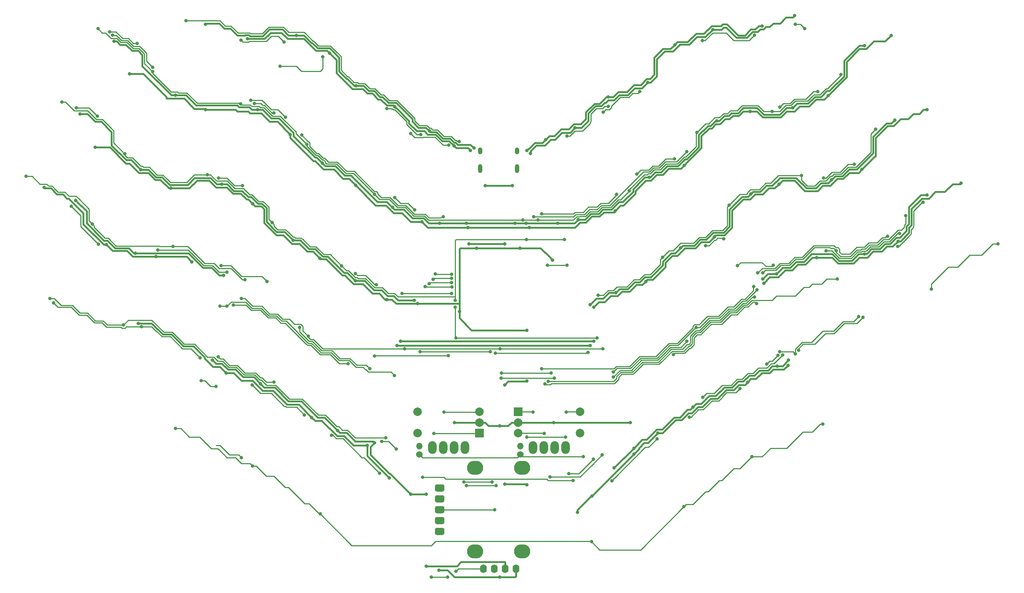
<source format=gbr>
%TF.GenerationSoftware,KiCad,Pcbnew,(5.1.10)-1*%
%TF.CreationDate,2021-07-25T08:46:16-07:00*%
%TF.ProjectId,barobord,6261726f-626f-4726-942e-6b696361645f,rev?*%
%TF.SameCoordinates,Original*%
%TF.FileFunction,Copper,L1,Top*%
%TF.FilePolarity,Positive*%
%FSLAX46Y46*%
G04 Gerber Fmt 4.6, Leading zero omitted, Abs format (unit mm)*
G04 Created by KiCad (PCBNEW (5.1.10)-1) date 2021-07-25 08:46:16*
%MOMM*%
%LPD*%
G01*
G04 APERTURE LIST*
%TA.AperFunction,ComponentPad*%
%ADD10O,2.000000X3.000000*%
%TD*%
%TA.AperFunction,ComponentPad*%
%ADD11O,1.524000X1.524000*%
%TD*%
%TA.AperFunction,ComponentPad*%
%ADD12C,1.524000*%
%TD*%
%TA.AperFunction,ComponentPad*%
%ADD13R,2.000000X2.000000*%
%TD*%
%TA.AperFunction,ComponentPad*%
%ADD14C,2.000000*%
%TD*%
%TA.AperFunction,ComponentPad*%
%ADD15O,1.600000X2.000000*%
%TD*%
%TA.AperFunction,ComponentPad*%
%ADD16O,3.800000X3.300000*%
%TD*%
%TA.AperFunction,ComponentPad*%
%ADD17O,1.000000X2.100000*%
%TD*%
%TA.AperFunction,ComponentPad*%
%ADD18O,1.000000X1.600000*%
%TD*%
%TA.AperFunction,ViaPad*%
%ADD19C,0.800000*%
%TD*%
%TA.AperFunction,Conductor*%
%ADD20C,0.381000*%
%TD*%
%TA.AperFunction,Conductor*%
%ADD21C,0.254000*%
%TD*%
G04 APERTURE END LIST*
D10*
%TO.P,SW45,NC*%
%TO.N,Net-(SW45-PadNC)*%
X161522593Y-123908404D03*
%TO.P,SW45,C*%
%TO.N,GND*%
X158982593Y-123908404D03*
%TO.P,SW45,B*%
%TO.N,ENC2B*%
X156442593Y-123908404D03*
%TO.P,SW45,A*%
%TO.N,ENC2A*%
X153902593Y-123908404D03*
D11*
%TO.P,SW45,S2*%
%TO.N,Net-(D82-Pad2)*%
X150902593Y-123558404D03*
D12*
%TO.P,SW45,S1*%
%TO.N,col10*%
X150902593Y-125558404D03*
%TD*%
D13*
%TO.P,SW43,A*%
%TO.N,ENC2A*%
X150352593Y-115558404D03*
D14*
%TO.P,SW43,C*%
%TO.N,GND*%
X150352593Y-118058404D03*
%TO.P,SW43,B*%
%TO.N,ENC2B*%
X150352593Y-120558404D03*
%TO.P,SW43,S2*%
%TO.N,Net-(D82-Pad2)*%
X164852593Y-115558404D03*
%TO.P,SW43,S1*%
%TO.N,col10*%
X164852593Y-120558404D03*
%TD*%
D13*
%TO.P,SW42,A*%
%TO.N,ENC1A*%
X141352593Y-120558404D03*
D14*
%TO.P,SW42,C*%
%TO.N,GND*%
X141352593Y-118058404D03*
%TO.P,SW42,B*%
%TO.N,ENC1B*%
X141352593Y-115558404D03*
%TO.P,SW42,S2*%
%TO.N,Net-(D81-Pad2)*%
X126852593Y-120558404D03*
%TO.P,SW42,S1*%
%TO.N,col10*%
X126852593Y-115558404D03*
%TD*%
D10*
%TO.P,SW44,NC*%
%TO.N,Net-(SW44-PadNC)*%
X137922593Y-123908404D03*
%TO.P,SW44,C*%
%TO.N,GND*%
X135382593Y-123908404D03*
%TO.P,SW44,B*%
%TO.N,ENC1B*%
X132842593Y-123908404D03*
%TO.P,SW44,A*%
%TO.N,ENC1A*%
X130302593Y-123908404D03*
D11*
%TO.P,SW44,S2*%
%TO.N,Net-(D81-Pad2)*%
X127302593Y-123558404D03*
D12*
%TO.P,SW44,S1*%
%TO.N,col10*%
X127302593Y-125558404D03*
%TD*%
D15*
%TO.P,Brd1,2*%
%TO.N,+5V*%
X147332593Y-152258404D03*
%TO.P,Brd1,1*%
%TO.N,GND*%
X149872593Y-152258404D03*
%TO.P,Brd1,3*%
%TO.N,scl*%
X144792593Y-152258404D03*
%TO.P,Brd1,4*%
%TO.N,sda*%
X142252593Y-152258404D03*
%TD*%
D16*
%TO.P,J1,9*%
%TO.N,N/C*%
X140352593Y-128658404D03*
%TO.P,J1,8*%
X151352593Y-128658404D03*
%TO.P,J1,7*%
X151352593Y-148258404D03*
%TO.P,J1,6*%
X140352593Y-148258404D03*
%TO.P,J1,1*%
%TO.N,+5V*%
%TA.AperFunction,ComponentPad*%
G36*
G01*
X133128593Y-132953404D02*
X133128593Y-133803404D01*
G75*
G02*
X132703593Y-134228404I-425000J0D01*
G01*
X131353593Y-134228404D01*
G75*
G02*
X130928593Y-133803404I0J425000D01*
G01*
X130928593Y-132953404D01*
G75*
G02*
X131353593Y-132528404I425000J0D01*
G01*
X132703593Y-132528404D01*
G75*
G02*
X133128593Y-132953404I0J-425000D01*
G01*
G37*
%TD.AperFunction*%
%TO.P,J1,2*%
%TO.N,sda*%
%TA.AperFunction,ComponentPad*%
G36*
G01*
X132703593Y-136768404D02*
X131353593Y-136768404D01*
G75*
G02*
X130928593Y-136343404I0J425000D01*
G01*
X130928593Y-135493404D01*
G75*
G02*
X131353593Y-135068404I425000J0D01*
G01*
X132703593Y-135068404D01*
G75*
G02*
X133128593Y-135493404I0J-425000D01*
G01*
X133128593Y-136343404D01*
G75*
G02*
X132703593Y-136768404I-425000J0D01*
G01*
G37*
%TD.AperFunction*%
%TO.P,J1,3*%
%TO.N,scl*%
%TA.AperFunction,ComponentPad*%
G36*
G01*
X132703593Y-139308404D02*
X131353593Y-139308404D01*
G75*
G02*
X130928593Y-138883404I0J425000D01*
G01*
X130928593Y-138033404D01*
G75*
G02*
X131353593Y-137608404I425000J0D01*
G01*
X132703593Y-137608404D01*
G75*
G02*
X133128593Y-138033404I0J-425000D01*
G01*
X133128593Y-138883404D01*
G75*
G02*
X132703593Y-139308404I-425000J0D01*
G01*
G37*
%TD.AperFunction*%
%TO.P,J1,4*%
%TO.N,Net-(J1-Pad4)*%
%TA.AperFunction,ComponentPad*%
G36*
G01*
X132703593Y-141848404D02*
X131353593Y-141848404D01*
G75*
G02*
X130928593Y-141423404I0J425000D01*
G01*
X130928593Y-140573404D01*
G75*
G02*
X131353593Y-140148404I425000J0D01*
G01*
X132703593Y-140148404D01*
G75*
G02*
X133128593Y-140573404I0J-425000D01*
G01*
X133128593Y-141423404D01*
G75*
G02*
X132703593Y-141848404I-425000J0D01*
G01*
G37*
%TD.AperFunction*%
%TO.P,J1,5*%
%TO.N,GND*%
%TA.AperFunction,ComponentPad*%
G36*
G01*
X132703593Y-144388404D02*
X131353593Y-144388404D01*
G75*
G02*
X130928593Y-143963404I0J425000D01*
G01*
X130928593Y-143113404D01*
G75*
G02*
X131353593Y-142688404I425000J0D01*
G01*
X132703593Y-142688404D01*
G75*
G02*
X133128593Y-143113404I0J-425000D01*
G01*
X133128593Y-143963404D01*
G75*
G02*
X132703593Y-144388404I-425000J0D01*
G01*
G37*
%TD.AperFunction*%
%TD*%
D17*
%TO.P,USB1,13*%
%TO.N,GND*%
X141532593Y-58688404D03*
X150172593Y-58688404D03*
D18*
X141532593Y-54508404D03*
X150172593Y-54508404D03*
%TD*%
D19*
%TO.N,GND*%
X138852593Y-76258404D03*
X147252593Y-76258404D03*
X131852593Y-152658404D03*
X146052593Y-118858404D03*
X146052593Y-154258404D03*
X135452593Y-118058404D03*
X158652593Y-118058404D03*
X159652593Y-71458404D03*
X149652593Y-71458404D03*
X55852593Y-28858404D03*
X77252593Y-24858404D03*
X129634666Y-49858404D03*
X112452593Y-39258404D03*
X70252593Y-41458404D03*
X89452593Y-44858404D03*
X104552593Y-57358404D03*
X121011561Y-67699436D03*
X132052593Y-71458404D03*
X126052593Y-89458404D03*
X112252593Y-84867904D03*
X97711561Y-75399436D03*
X81052593Y-62267904D03*
X62052593Y-58867904D03*
X47852593Y-45858404D03*
X115052593Y-123458404D03*
X82052593Y-106458404D03*
X61452593Y-94858404D03*
X65652593Y-79258404D03*
X74052593Y-80458404D03*
X54052593Y-76458404D03*
X39452593Y-63058404D03*
X102052593Y-116858404D03*
X120252593Y-131058404D03*
X152252593Y-71458404D03*
X152452593Y-54458404D03*
X207452593Y-25258404D03*
X187052593Y-29658404D03*
X171452593Y-41858404D03*
X156852593Y-51858404D03*
X164414102Y-70600668D03*
X196902571Y-47467904D03*
X214652593Y-44467904D03*
X231452593Y-29867904D03*
X181052593Y-60658404D03*
X122052593Y-100058404D03*
X167252593Y-100058404D03*
X167252593Y-90458404D03*
X173252593Y-87658404D03*
X188393625Y-77199436D03*
X204793625Y-64599436D03*
X223693625Y-61299436D03*
X238493625Y-47299436D03*
X177452593Y-125458404D03*
X183111561Y-120517372D03*
X204052593Y-108658404D03*
X167652593Y-135258404D03*
X213511561Y-104717372D03*
X207610057Y-84488260D03*
X210852593Y-83258404D03*
X231452593Y-78667904D03*
X246052593Y-64867904D03*
X164252593Y-139058404D03*
X176652593Y-118058404D03*
X138252593Y-71458404D03*
X140052593Y-53858404D03*
X98452593Y-27458404D03*
%TO.N,+5V*%
X140652593Y-77258404D03*
X158452593Y-80058404D03*
X136652593Y-92058404D03*
X152452593Y-96458404D03*
X150852593Y-77258404D03*
X138652593Y-72458404D03*
X128852593Y-151658404D03*
X147252593Y-109258404D03*
X147252593Y-132458404D03*
X152452593Y-132658404D03*
X152452593Y-108385404D03*
X127852593Y-71058404D03*
X112352593Y-62558404D03*
X97052593Y-50658404D03*
X77252593Y-44858404D03*
X87033602Y-28239413D03*
X106252593Y-31658404D03*
X121552593Y-44158404D03*
X59452593Y-36458404D03*
X51452593Y-53658404D03*
X126852593Y-90258404D03*
X116811561Y-122817372D03*
X90111561Y-108999436D03*
X78852593Y-103458404D03*
X81452593Y-83658404D03*
X60852593Y-78458404D03*
X46852593Y-66058404D03*
X108152593Y-119958404D03*
X128852593Y-134858404D03*
X125252593Y-134858404D03*
X119652593Y-89258404D03*
X153052593Y-72458404D03*
X153252593Y-55058404D03*
X163711561Y-49117372D03*
X180711561Y-38517372D03*
X195911561Y-26117372D03*
X215052593Y-22858404D03*
X237652593Y-27458404D03*
X222952593Y-41558404D03*
X204652593Y-45258404D03*
X189252593Y-57858404D03*
X173111561Y-68517372D03*
X122852593Y-99058404D03*
X168052593Y-99058404D03*
X168052593Y-91058404D03*
X246052593Y-44858404D03*
X180252593Y-85058404D03*
X196252593Y-74658404D03*
X211452593Y-62258404D03*
X230852593Y-58858404D03*
X177452593Y-124058404D03*
X191252593Y-114458404D03*
X211052593Y-104858404D03*
X172852593Y-128658404D03*
X213652593Y-103458404D03*
X207852593Y-85458404D03*
X220252593Y-79458404D03*
X239252593Y-75658404D03*
X254052593Y-62058404D03*
X139220541Y-54413105D03*
X135393625Y-53317372D03*
X103969703Y-79671778D03*
X69102571Y-63248904D03*
X88252593Y-66858404D03*
%TO.N,row0*%
X52052593Y-25858404D03*
X64911561Y-35999436D03*
X85443093Y-43467904D03*
X100911561Y-52999436D03*
X116811561Y-64699436D03*
X176407870Y-63785191D03*
X192191990Y-50179399D03*
X209852593Y-45267904D03*
X225881083Y-36658404D03*
X151452593Y-70658404D03*
X155052593Y-70658404D03*
%TO.N,row1*%
X43652593Y-43058404D03*
X58322397Y-55188600D03*
X77652593Y-60067904D03*
X92822397Y-71288600D03*
X109111561Y-81399436D03*
X161252593Y-75258404D03*
X135852593Y-98267904D03*
X168852593Y-98258404D03*
X169091084Y-88267904D03*
X184182789Y-79388600D03*
X199782789Y-67188600D03*
X216652593Y-60258404D03*
X234052593Y-49458404D03*
X152306594Y-75258404D03*
X135652593Y-89458404D03*
X135652593Y-91058404D03*
%TO.N,row2*%
X35252593Y-60458404D03*
X50711561Y-71599436D03*
X69652593Y-76858404D03*
X86452593Y-84658404D03*
X85652593Y-89058404D03*
X101266660Y-97844337D03*
X170202528Y-100808426D03*
X172652593Y-106258404D03*
X192052593Y-95858404D03*
X206262093Y-87022572D03*
X207652593Y-83058404D03*
X224852593Y-77858404D03*
X241081083Y-69658404D03*
X121852593Y-124258404D03*
X118452593Y-122458404D03*
X123798583Y-100848904D03*
X146198583Y-100848904D03*
%TO.N,row3*%
X41652593Y-90058404D03*
X62252593Y-95658404D03*
X75993625Y-102917372D03*
X70252593Y-119458404D03*
X88252593Y-128258404D03*
X104052593Y-139458404D03*
X221652593Y-118458404D03*
X215966660Y-101172471D03*
X231052593Y-93458404D03*
X205052593Y-126058404D03*
X189152593Y-137758404D03*
X167552593Y-145958404D03*
X162252593Y-130058404D03*
X168038526Y-126644337D03*
X166737040Y-101646947D03*
X145052593Y-101858404D03*
%TO.N,led*%
X134852579Y-83331416D03*
X130979593Y-83258404D03*
X136611561Y-52267904D03*
X72652593Y-24058404D03*
X64895336Y-34955076D03*
X55466660Y-27404403D03*
%TO.N,Net-(D41-Pad2)*%
X61252593Y-29331404D03*
X54831128Y-26632327D03*
%TO.N,VCC*%
X149052593Y-62658404D03*
X142652593Y-62658404D03*
%TO.N,Net-(D42-Pad2)*%
X51910339Y-46356148D03*
X47052593Y-44404403D03*
%TO.N,Net-(D43-Pad2)*%
X45852593Y-67458404D03*
X52193625Y-76317372D03*
%TO.N,Net-(D47-Pad2)*%
X85574634Y-28580445D03*
X95652593Y-29058404D03*
%TO.N,Net-(D48-Pad2)*%
X104652593Y-32458404D03*
X94652593Y-34658404D03*
X93252593Y-45613894D03*
X88652593Y-43399536D03*
%TO.N,Net-(D49-Pad2)*%
X95975199Y-46621008D03*
X87852593Y-42658404D03*
%TO.N,Net-(D50-Pad2)*%
X85852593Y-62613894D03*
X80252593Y-60813903D03*
%TO.N,Net-(D51-Pad2)*%
X80866660Y-81331404D03*
X91652593Y-85058404D03*
%TO.N,Net-(D54-Pad2)*%
X119652593Y-44629914D03*
X127652593Y-50658404D03*
%TO.N,Net-(D55-Pad2)*%
X134134657Y-53176340D03*
X125252593Y-50458404D03*
%TO.N,Net-(D56-Pad2)*%
X126187693Y-68323304D03*
X121487694Y-65423303D03*
%TO.N,Net-(D57-Pad2)*%
X117232595Y-85813894D03*
X112327844Y-83183153D03*
X110617493Y-104293504D03*
X83779593Y-90585404D03*
X76252593Y-108258404D03*
X79652593Y-109658404D03*
%TO.N,Net-(D58-Pad2)*%
X88193625Y-109317372D03*
X100393625Y-116317372D03*
%TO.N,Net-(D59-Pad2)*%
X106693625Y-121017372D03*
X117993625Y-129917372D03*
%TO.N,Net-(D60-Pad2)*%
X128052593Y-130858404D03*
X163252593Y-131658404D03*
%TO.N,Net-(D61-Pad2)*%
X172311561Y-131717372D03*
X182870529Y-121876340D03*
%TO.N,Net-(D62-Pad2)*%
X190416311Y-116812622D03*
X202311561Y-110117372D03*
%TO.N,Net-(D63-Pad2)*%
X208546804Y-104352615D03*
X211152771Y-102358582D03*
X206187959Y-90250038D03*
X186691217Y-102132048D03*
%TO.N,Net-(D66-Pad2)*%
X161852593Y-51048904D03*
X171452593Y-44058404D03*
%TO.N,Net-(D67-Pad2)*%
X178852593Y-40648904D03*
X170252593Y-45458404D03*
%TO.N,Net-(D68-Pad2)*%
X186938526Y-56331404D03*
X178138526Y-59944337D03*
%TO.N,Net-(D69-Pad2)*%
X194252593Y-76648904D03*
X198452593Y-75058404D03*
X201738526Y-81372471D03*
X210117493Y-81277394D03*
%TO.N,Net-(D73-Pad2)*%
X193452593Y-28648904D03*
X205652593Y-27448904D03*
%TO.N,Net-(D74-Pad2)*%
X215252593Y-24858404D03*
X217452593Y-25858404D03*
%TO.N,Net-(D75-Pad2)*%
X220452593Y-40613894D03*
X211590945Y-44291918D03*
%TO.N,Net-(D76-Pad2)*%
X229052593Y-57613894D03*
X221852593Y-60832884D03*
%TO.N,Net-(D77-Pad2)*%
X239211561Y-76817372D03*
X245111561Y-66517372D03*
%TO.N,RESET*%
X157852593Y-130804404D03*
X170052593Y-125658404D03*
X161852593Y-81258404D03*
X157252593Y-81258404D03*
%TO.N,col0*%
X40852593Y-89058404D03*
X130522668Y-84548331D03*
X134852696Y-84331417D03*
X119379593Y-121658404D03*
X58052593Y-95258404D03*
%TO.N,col1*%
X66052593Y-77667904D03*
X82252593Y-82858404D03*
X82252593Y-90858404D03*
X80652593Y-90858404D03*
X134851881Y-85331418D03*
X129536762Y-85602369D03*
X121466660Y-107072471D03*
%TO.N,col2*%
X85652593Y-126258404D03*
X134857494Y-86331404D03*
X128643093Y-86258404D03*
X132852593Y-69931404D03*
X99725628Y-50785369D03*
X80243093Y-102706356D03*
X93252593Y-108613894D03*
%TO.N,col3*%
X115652593Y-105458404D03*
X99252593Y-95858404D03*
X134052593Y-102458404D03*
X116738526Y-102544337D03*
%TO.N,col4*%
X134852593Y-87858404D03*
X123252593Y-87858404D03*
%TO.N,col5*%
X189852593Y-99058404D03*
X172643093Y-107458404D03*
X155852593Y-69204404D03*
X173438526Y-64644337D03*
%TO.N,col6*%
X212281083Y-102258404D03*
X193593625Y-112199436D03*
X189852593Y-54658404D03*
X154052593Y-69931404D03*
%TO.N,col7*%
X230052593Y-93258404D03*
X157452593Y-108458404D03*
X205639427Y-88673372D03*
X211638526Y-101472471D03*
X215239660Y-101972687D03*
%TO.N,col8*%
X239593625Y-73799436D03*
X222452593Y-77867904D03*
X156634438Y-109033404D03*
X225052593Y-84458404D03*
%TO.N,col9*%
X262652593Y-76258404D03*
X247052593Y-86858404D03*
X236800819Y-74508110D03*
X205535093Y-86213286D03*
X155907438Y-105458404D03*
X206438526Y-83072471D03*
%TO.N,sda*%
X135852593Y-152858404D03*
X133852593Y-154258404D03*
X130052593Y-154258404D03*
X137652593Y-131985404D03*
X144252593Y-131985404D03*
X146466660Y-106472471D03*
X158052593Y-106458404D03*
%TO.N,scl*%
X144852593Y-138458404D03*
X138252593Y-132858404D03*
X145252593Y-132858404D03*
X146452593Y-107658404D03*
X158852593Y-107658404D03*
%TO.N,Net-(D82-Pad2)*%
X161652593Y-115658404D03*
X161452593Y-121458404D03*
X152452593Y-121458404D03*
%TO.N,ENC1B*%
X133052593Y-115658404D03*
%TO.N,ENC1A*%
X130652593Y-120658404D03*
%TO.N,col10*%
X165652593Y-126058404D03*
X127452593Y-101531394D03*
X143852593Y-101531394D03*
%TO.N,ENC2B*%
X156452593Y-120658404D03*
%TO.N,ENC2A*%
X153852593Y-115658404D03*
%TD*%
D20*
%TO.N,GND*%
X138852593Y-76258404D02*
X147252593Y-76258404D01*
X146052593Y-118858404D02*
X143452593Y-118858404D01*
X143452593Y-118858404D02*
X142652593Y-118058404D01*
X142652593Y-118058404D02*
X141352593Y-118058404D01*
X149652593Y-118058404D02*
X150952593Y-118058404D01*
X146052593Y-118858404D02*
X148052593Y-118858404D01*
X148852593Y-118058404D02*
X150352593Y-118058404D01*
X148052593Y-118858404D02*
X148852593Y-118058404D01*
X140852593Y-154258404D02*
X146052593Y-154258404D01*
X149872593Y-154038404D02*
X149652593Y-154258404D01*
X149872593Y-152258404D02*
X149872593Y-154038404D01*
X146052593Y-154258404D02*
X149652593Y-154258404D01*
X131852593Y-152658404D02*
X133852593Y-152658404D01*
X135452593Y-154258404D02*
X140852593Y-154258404D01*
X133852593Y-152658404D02*
X135452593Y-154258404D01*
X135452593Y-118058404D02*
X141352593Y-118058404D01*
X155852593Y-118058404D02*
X150352593Y-118058404D01*
X155852593Y-118058404D02*
X158652593Y-118058404D01*
X159652593Y-71458404D02*
X152252593Y-71458404D01*
X129652593Y-71458404D02*
X129452593Y-71458404D01*
X129452593Y-71458404D02*
X128252593Y-70258404D01*
X128252593Y-70258404D02*
X125652593Y-70258404D01*
X125652593Y-70258404D02*
X123652593Y-68258404D01*
X123652593Y-68258404D02*
X121452593Y-68258404D01*
X121452593Y-68258404D02*
X119652593Y-66458404D01*
X119652593Y-66458404D02*
X117452593Y-66458404D01*
X117452593Y-66458404D02*
X111252593Y-60258404D01*
X111252593Y-60258404D02*
X109852593Y-60258404D01*
X109852593Y-60258404D02*
X107652593Y-58058404D01*
X107652593Y-58058404D02*
X105252593Y-58058404D01*
X103252593Y-56058404D02*
X102852593Y-56058404D01*
X102852593Y-56058404D02*
X97852593Y-51058404D01*
X97852593Y-51058404D02*
X97852593Y-50258404D01*
X97852593Y-50258404D02*
X94452593Y-46858404D01*
X94452593Y-46858404D02*
X92652593Y-46858404D01*
X92652593Y-46858404D02*
X90652593Y-44858404D01*
X56452593Y-28858404D02*
X55852593Y-28858404D01*
X58652593Y-29658404D02*
X57252593Y-29658404D01*
X60052593Y-31058404D02*
X58652593Y-29658404D01*
X61452593Y-31058404D02*
X60052593Y-31058404D01*
X62452593Y-34658404D02*
X62452593Y-32058404D01*
X57252593Y-29658404D02*
X56452593Y-28858404D01*
X62452593Y-32058404D02*
X61452593Y-31058404D01*
X69252593Y-41458404D02*
X62452593Y-34658404D01*
X136852593Y-71458404D02*
X132052593Y-71458404D01*
X112052593Y-39258404D02*
X110452593Y-37658404D01*
X110452593Y-37658404D02*
X110252593Y-37658404D01*
X110252593Y-37658404D02*
X108452593Y-35858404D01*
X108452593Y-35858404D02*
X108452593Y-32658404D01*
X112452593Y-39258404D02*
X112052593Y-39258404D01*
X70252593Y-41458404D02*
X69252593Y-41458404D01*
X90652593Y-44858404D02*
X89452593Y-44858404D01*
X104552593Y-57358404D02*
X103252593Y-56058404D01*
X105252593Y-58058404D02*
X104552593Y-57358404D01*
X132052593Y-71458404D02*
X129652593Y-71458404D01*
X126052593Y-89458404D02*
X122252593Y-89458404D01*
X122252593Y-89458404D02*
X121252593Y-88458404D01*
X121252593Y-88458404D02*
X119852593Y-88458404D01*
X119852593Y-88458404D02*
X118452593Y-87058404D01*
X118452593Y-87058404D02*
X116652593Y-87058404D01*
X114462093Y-84867904D02*
X112252593Y-84867904D01*
X116652593Y-87058404D02*
X114462093Y-84867904D01*
X112252593Y-84867904D02*
X110443093Y-83058404D01*
X110443093Y-83058404D02*
X109652593Y-83058404D01*
X105852593Y-79258404D02*
X104674265Y-79258404D01*
X109652593Y-83058404D02*
X105852593Y-79258404D01*
X102874265Y-77458404D02*
X101452593Y-77458404D01*
X104674265Y-79258404D02*
X102874265Y-77458404D01*
X99393625Y-75399436D02*
X97711561Y-75399436D01*
X101452593Y-77458404D02*
X99393625Y-75399436D01*
X97711561Y-75399436D02*
X95770529Y-73458404D01*
X95770529Y-73458404D02*
X93874265Y-73458404D01*
X90474265Y-66858404D02*
X89474265Y-66858404D01*
X91533602Y-67917741D02*
X90474265Y-66858404D01*
X91533603Y-71117742D02*
X91533602Y-67917741D01*
X93874265Y-73458404D02*
X91533603Y-71117742D01*
X87252593Y-65258404D02*
X87233603Y-65277394D01*
X87874265Y-65258404D02*
X87252593Y-65258404D01*
X89474265Y-66858404D02*
X87874265Y-65258404D01*
X87233603Y-65277394D02*
X85814613Y-63858404D01*
X85814613Y-63858404D02*
X83874265Y-63858404D01*
X82283765Y-62267904D02*
X81052593Y-62267904D01*
X83874265Y-63858404D02*
X82283765Y-62267904D01*
X81052593Y-62267904D02*
X79862093Y-62267904D01*
X79862093Y-62267904D02*
X78452593Y-60858404D01*
X78452593Y-60858404D02*
X74652593Y-60858404D01*
X74652593Y-60858404D02*
X73052593Y-62458404D01*
X73052593Y-62458404D02*
X68852593Y-62458404D01*
X67052593Y-60658404D02*
X65674265Y-60658404D01*
X68852593Y-62458404D02*
X67052593Y-60658404D01*
X63883765Y-58867904D02*
X62052593Y-58867904D01*
X65674265Y-60658404D02*
X63883765Y-58867904D01*
X62052593Y-58867904D02*
X59843093Y-56658404D01*
X58674265Y-56658404D02*
X55252593Y-53236732D01*
X59843093Y-56658404D02*
X58674265Y-56658404D01*
X55252593Y-53236732D02*
X55252593Y-50058404D01*
X55252593Y-50058404D02*
X52852593Y-47658404D01*
X52852593Y-47658404D02*
X51452593Y-47658404D01*
X49652593Y-45858404D02*
X47852593Y-45858404D01*
X51452593Y-47658404D02*
X49652593Y-45858404D01*
X82052593Y-106458404D02*
X80652593Y-105058404D01*
X80652593Y-105058404D02*
X79052593Y-105058404D01*
X79052593Y-105058404D02*
X77052593Y-103058404D01*
X77052593Y-103058404D02*
X77052593Y-102858404D01*
X77052593Y-102858404D02*
X74452593Y-100258404D01*
X74452593Y-100258404D02*
X72052593Y-100258404D01*
X72052593Y-100258404D02*
X69252593Y-97458404D01*
X69252593Y-97458404D02*
X67252593Y-97458404D01*
X67252593Y-97458404D02*
X64652593Y-94858404D01*
X64652593Y-94858404D02*
X61452593Y-94858404D01*
X72852593Y-79258404D02*
X74052593Y-80458404D01*
X65652593Y-79258404D02*
X72852593Y-79258404D01*
X65652593Y-79258404D02*
X60252593Y-79258404D01*
X60252593Y-79258404D02*
X58852593Y-77858404D01*
X55452593Y-77858404D02*
X54052593Y-76458404D01*
X58852593Y-77858404D02*
X55452593Y-77858404D01*
X54052593Y-76458404D02*
X53452593Y-76458404D01*
X53452593Y-76458404D02*
X48652593Y-71658404D01*
X48652593Y-71658404D02*
X48652593Y-69058404D01*
X48652593Y-69058404D02*
X45252593Y-65658404D01*
X45252593Y-65658404D02*
X44852593Y-65658404D01*
X44852593Y-65658404D02*
X43852593Y-64658404D01*
X43852593Y-64658404D02*
X42452593Y-64658404D01*
X42452593Y-64658404D02*
X41052593Y-63258404D01*
X39652593Y-63258404D02*
X39452593Y-63058404D01*
X41052593Y-63258404D02*
X39652593Y-63258404D01*
X90652593Y-110658404D02*
X88252593Y-108258404D01*
X93052593Y-110658404D02*
X90652593Y-110658404D01*
X85652593Y-108258404D02*
X83852593Y-106458404D01*
X96252593Y-113858404D02*
X93052593Y-110658404D01*
X99052593Y-113858404D02*
X96252593Y-113858404D01*
X88252593Y-108258404D02*
X85652593Y-108258404D01*
X83852593Y-106458404D02*
X82052593Y-106458404D01*
X108052593Y-121258404D02*
X104452593Y-117658404D01*
X109652593Y-121258404D02*
X108052593Y-121258404D01*
X104452593Y-117658404D02*
X102852593Y-117658404D01*
X111852593Y-123458404D02*
X109652593Y-121258404D01*
X115052593Y-123458404D02*
X111852593Y-123458404D01*
X102052593Y-116858404D02*
X99052593Y-113858404D01*
X102852593Y-117658404D02*
X102052593Y-116858404D01*
X115052593Y-123458404D02*
X115052593Y-125858404D01*
X115052593Y-125858404D02*
X117452593Y-128258404D01*
X117452593Y-128258404D02*
X120252593Y-131058404D01*
X152252593Y-71458404D02*
X149652593Y-71458404D01*
X152452593Y-54458404D02*
X153452593Y-53458404D01*
X153452593Y-53458404D02*
X154252593Y-52658404D01*
X154252593Y-52658404D02*
X156052593Y-52658404D01*
X157652593Y-51058404D02*
X158852593Y-51058404D01*
X158852593Y-51058404D02*
X160452593Y-49458404D01*
X160452593Y-49458404D02*
X162252593Y-49458404D01*
X162252593Y-49458404D02*
X163452593Y-48258404D01*
X163452593Y-48258404D02*
X165052593Y-48258404D01*
X165052593Y-48258404D02*
X166252593Y-47058404D01*
X166252593Y-47058404D02*
X166252593Y-45458404D01*
X166252593Y-45458404D02*
X168252593Y-43458404D01*
X168252593Y-43458404D02*
X169452593Y-43458404D01*
X169452593Y-43458404D02*
X171052593Y-41858404D01*
X172652593Y-41858404D02*
X173852593Y-40658404D01*
X173852593Y-40658404D02*
X175852593Y-40658404D01*
X175852593Y-40658404D02*
X177452593Y-39058404D01*
X177452593Y-39058404D02*
X179052593Y-39058404D01*
X179052593Y-39058404D02*
X180452593Y-37658404D01*
X180452593Y-37658404D02*
X181252593Y-37658404D01*
X181252593Y-37658404D02*
X182252593Y-36658404D01*
X182252593Y-36658404D02*
X182252593Y-32658404D01*
X182252593Y-32658404D02*
X184252593Y-30658404D01*
X184252593Y-30658404D02*
X186052593Y-30658404D01*
X187652593Y-29058404D02*
X190052593Y-29058404D01*
X190052593Y-29058404D02*
X192052593Y-27058404D01*
X192052593Y-27058404D02*
X193852593Y-27058404D01*
X193852593Y-27058404D02*
X195652593Y-25258404D01*
X195652593Y-25258404D02*
X197852593Y-25258404D01*
X197852593Y-25258404D02*
X198252593Y-24858404D01*
X198252593Y-24858404D02*
X199252593Y-24858404D01*
X199252593Y-24858404D02*
X201852593Y-27458404D01*
X201852593Y-27458404D02*
X203452593Y-27458404D01*
X203452593Y-27458404D02*
X204852593Y-26058404D01*
X207452593Y-25258404D02*
X206652593Y-25258404D01*
X206652593Y-25258404D02*
X205852593Y-26058404D01*
X204852593Y-26058404D02*
X205852593Y-26058404D01*
X187052593Y-29658404D02*
X187652593Y-29058404D01*
X186052593Y-30658404D02*
X187052593Y-29658404D01*
X171452593Y-41858404D02*
X172652593Y-41858404D01*
X171052593Y-41858404D02*
X171452593Y-41858404D01*
X156852593Y-51858404D02*
X157652593Y-51058404D01*
X156052593Y-52658404D02*
X156852593Y-51858404D01*
X159652593Y-71458404D02*
X163252593Y-71458404D01*
X163556366Y-71458404D02*
X164414102Y-70600668D01*
X163252593Y-71458404D02*
X163556366Y-71458404D01*
X164414102Y-70600668D02*
X166088657Y-70600668D01*
X166088657Y-70600668D02*
X167430921Y-69258404D01*
X169230921Y-69258404D02*
X170230921Y-68258404D01*
X167430921Y-69258404D02*
X169230921Y-69258404D01*
X170230921Y-68258404D02*
X172252593Y-68258404D01*
X172252593Y-68258404D02*
X174052593Y-66458404D01*
X174052593Y-66458404D02*
X174852593Y-66458404D01*
X177271583Y-64039414D02*
X177271583Y-63439414D01*
X174852593Y-66458404D02*
X177271583Y-64039414D01*
X177271583Y-63439414D02*
X179452593Y-61258404D01*
X179452593Y-61258404D02*
X180052593Y-60658404D01*
X181252593Y-60658404D02*
X182452593Y-59458404D01*
X182452593Y-59458404D02*
X183852593Y-59458404D01*
X185252593Y-58058404D02*
X187830921Y-58058404D01*
X183852593Y-59458404D02*
X185252593Y-58058404D01*
X189430921Y-56458404D02*
X189830921Y-56458404D01*
X187830921Y-58058404D02*
X189430921Y-56458404D01*
X192671583Y-53617742D02*
X192671584Y-50817741D01*
X189830921Y-56458404D02*
X192671583Y-53617742D01*
X194830921Y-48658404D02*
X195430921Y-48658404D01*
X192671584Y-50817741D02*
X194830921Y-48658404D01*
X196621421Y-47467904D02*
X196902571Y-47467904D01*
X195430921Y-48658404D02*
X196621421Y-47467904D01*
X211630921Y-46058404D02*
X213221421Y-44467904D01*
X207874265Y-46058404D02*
X211630921Y-46058404D01*
X203052593Y-44458404D02*
X206274265Y-44458404D01*
X202852593Y-44658404D02*
X203052593Y-44458404D01*
X206274265Y-44458404D02*
X207874265Y-46058404D01*
X202830921Y-44658404D02*
X202852593Y-44658404D01*
X201830921Y-45658404D02*
X202830921Y-44658404D01*
X213221421Y-44467904D02*
X214652593Y-44467904D01*
X199652593Y-46258404D02*
X200252593Y-45658404D01*
X198652593Y-46258404D02*
X199652593Y-46258404D01*
X200252593Y-45658404D02*
X201830921Y-45658404D01*
X197443093Y-47467904D02*
X198652593Y-46258404D01*
X196902571Y-47467904D02*
X197443093Y-47467904D01*
X181052593Y-60658404D02*
X181252593Y-60658404D01*
X180052593Y-60658404D02*
X181052593Y-60658404D01*
X122052593Y-100058404D02*
X167252593Y-100058404D01*
X167252593Y-90458404D02*
X168652593Y-89058404D01*
X168652593Y-89058404D02*
X170252593Y-89058404D01*
X171652593Y-87658404D02*
X173252593Y-87658404D01*
X170252593Y-89058404D02*
X171652593Y-87658404D01*
X173252593Y-87658404D02*
X174063429Y-86847568D01*
X174063429Y-86847568D02*
X176063429Y-86847568D01*
X176063429Y-86847568D02*
X177652593Y-85258404D01*
X177652593Y-85258404D02*
X178852593Y-85258404D01*
X178852593Y-85258404D02*
X180052593Y-84058404D01*
X180052593Y-84058404D02*
X181452593Y-84058404D01*
X184271584Y-80417741D02*
X186230921Y-78458404D01*
X184271583Y-81239414D02*
X184271584Y-80417741D01*
X181452593Y-84058404D02*
X184271583Y-81239414D01*
X187134657Y-78458404D02*
X188393625Y-77199436D01*
X186230921Y-78458404D02*
X187134657Y-78458404D01*
X188393625Y-77199436D02*
X188934657Y-76658404D01*
X191630921Y-76658404D02*
X193011931Y-75277394D01*
X188934657Y-76658404D02*
X191630921Y-76658404D01*
X193011931Y-75277394D02*
X194433603Y-75277394D01*
X194433603Y-75277394D02*
X196063429Y-73647568D01*
X196063429Y-73647568D02*
X198441757Y-73647568D01*
X199871584Y-68217741D02*
X202830921Y-65258404D01*
X199871583Y-72217742D02*
X199871584Y-68217741D01*
X198441757Y-73647568D02*
X199871583Y-72217742D01*
X204134657Y-65258404D02*
X204793625Y-64599436D01*
X202830921Y-65258404D02*
X204134657Y-65258404D01*
X204793625Y-64599436D02*
X205345493Y-64047568D01*
X207041757Y-64047568D02*
X207052593Y-64058404D01*
X205345493Y-64047568D02*
X207041757Y-64047568D01*
X207052593Y-64058404D02*
X208452593Y-62658404D01*
X208452593Y-62658404D02*
X209852593Y-62658404D01*
X209852593Y-62658404D02*
X211652593Y-60858404D01*
X211652593Y-60858404D02*
X215452593Y-60858404D01*
X215452593Y-60858404D02*
X217852593Y-63258404D01*
X217852593Y-63258404D02*
X220052593Y-63258404D01*
X220052593Y-63258404D02*
X221233603Y-62077394D01*
X222915667Y-62077394D02*
X223693625Y-61299436D01*
X221233603Y-62077394D02*
X222915667Y-62077394D01*
X223693625Y-61299436D02*
X224534657Y-60458404D01*
X226230921Y-60458404D02*
X227830921Y-58858404D01*
X224534657Y-60458404D02*
X226230921Y-60458404D01*
X227830921Y-58858404D02*
X229652593Y-58858404D01*
X229652593Y-58858404D02*
X230252593Y-58258404D01*
X230252593Y-58258404D02*
X233052593Y-55458404D01*
X233471584Y-51217741D02*
X236611931Y-48077394D01*
X233471583Y-55039414D02*
X233471584Y-51217741D01*
X233052593Y-55458404D02*
X233471583Y-55039414D01*
X237715667Y-48077394D02*
X238493625Y-47299436D01*
X236611931Y-48077394D02*
X237715667Y-48077394D01*
X177452593Y-125458404D02*
X178652593Y-124258404D01*
X178652593Y-124258404D02*
X178652593Y-124058404D01*
X178652593Y-124058404D02*
X179852593Y-122858404D01*
X180770529Y-122858404D02*
X183111561Y-120517372D01*
X179852593Y-122858404D02*
X180770529Y-122858404D01*
X183111561Y-120517372D02*
X184193625Y-120517372D01*
X184193625Y-120517372D02*
X187252593Y-117458404D01*
X187252593Y-117458404D02*
X188652593Y-117458404D01*
X190252593Y-115858404D02*
X191052593Y-115858404D01*
X188652593Y-117458404D02*
X190252593Y-115858404D01*
X191052593Y-115858404D02*
X192452593Y-114458404D01*
X192452593Y-114458404D02*
X193452593Y-114458404D01*
X193452593Y-114458404D02*
X195452593Y-112458404D01*
X195452593Y-112458404D02*
X197052593Y-112458404D01*
X197052593Y-112458404D02*
X199052593Y-110458404D01*
X199052593Y-110458404D02*
X200852593Y-110458404D01*
X200852593Y-110458404D02*
X202052593Y-109258404D01*
X203452593Y-109258404D02*
X204052593Y-108658404D01*
X202052593Y-109258404D02*
X203452593Y-109258404D01*
X177452593Y-125458404D02*
X167652593Y-135258404D01*
X204052593Y-108658404D02*
X204852593Y-107858404D01*
X204852593Y-107858404D02*
X206052593Y-107858404D01*
X206052593Y-107858404D02*
X207452593Y-106458404D01*
X207452593Y-106458404D02*
X209252593Y-106458404D01*
X209252593Y-106458404D02*
X210052593Y-105658404D01*
X212570529Y-105658404D02*
X213511561Y-104717372D01*
X210052593Y-105658404D02*
X212570529Y-105658404D01*
X208839913Y-83258404D02*
X210852593Y-83258404D01*
X207610057Y-84488260D02*
X208839913Y-83258404D01*
X210852593Y-83258404D02*
X212252593Y-81858404D01*
X212252593Y-81858404D02*
X214052593Y-81858404D01*
X214052593Y-81858404D02*
X215452593Y-80458404D01*
X215452593Y-80458404D02*
X217252593Y-80458404D01*
X217252593Y-80458404D02*
X219052593Y-78658404D01*
X219052593Y-78658404D02*
X223874265Y-78658404D01*
X223874265Y-78658404D02*
X225474265Y-80258404D01*
X225474265Y-80258404D02*
X228452593Y-80258404D01*
X230043093Y-78667904D02*
X231452593Y-78667904D01*
X228452593Y-80258404D02*
X230043093Y-78667904D01*
X231452593Y-78667904D02*
X231843093Y-78667904D01*
X231843093Y-78667904D02*
X232252593Y-78258404D01*
X233052593Y-77458404D02*
X235052593Y-77458404D01*
X232252593Y-78258404D02*
X233052593Y-77458404D01*
X235052593Y-77458404D02*
X236252593Y-76258404D01*
X236252593Y-76258404D02*
X237452593Y-76258404D01*
X238852593Y-74858404D02*
X239652593Y-74858404D01*
X237452593Y-76258404D02*
X238852593Y-74858404D01*
X241271583Y-73239414D02*
X241271584Y-72217741D01*
X239652593Y-74858404D02*
X241271583Y-73239414D01*
X241871583Y-71617742D02*
X241871583Y-67639414D01*
X241271584Y-72217741D02*
X241871583Y-71617742D01*
X244643093Y-64867904D02*
X246052593Y-64867904D01*
X241871583Y-67639414D02*
X244643093Y-64867904D01*
X164252593Y-139058404D02*
X164252593Y-138458404D01*
X167452593Y-135258404D02*
X167652593Y-135258404D01*
X164252593Y-138458404D02*
X167452593Y-135258404D01*
X158652593Y-118058404D02*
X176652593Y-118058404D01*
X87452593Y-44258404D02*
X88052593Y-44858404D01*
X85052593Y-44258404D02*
X87452593Y-44258404D01*
X84652593Y-43858404D02*
X85052593Y-44258404D01*
X75052593Y-43858404D02*
X84652593Y-43858404D01*
X72652593Y-41458404D02*
X75052593Y-43858404D01*
X88052593Y-44858404D02*
X89452593Y-44858404D01*
X70252593Y-41458404D02*
X72652593Y-41458404D01*
X230221421Y-29867904D02*
X231452593Y-29867904D01*
X226671583Y-33417742D02*
X230221421Y-29867904D01*
X226671583Y-37017742D02*
X226671583Y-33417742D01*
X222652593Y-40458404D02*
X223230921Y-40458404D01*
X223230921Y-40458404D02*
X226671583Y-37017742D01*
X219830921Y-41858404D02*
X221252593Y-41858404D01*
X218241757Y-43447568D02*
X219830921Y-41858404D01*
X215672929Y-43447568D02*
X218241757Y-43447568D01*
X221252593Y-41858404D02*
X222652593Y-40458404D01*
X214652593Y-44467904D02*
X215672929Y-43447568D01*
X138252593Y-71458404D02*
X136852593Y-71458404D01*
X149652593Y-71458404D02*
X138252593Y-71458404D01*
X139252593Y-53058404D02*
X136252593Y-53058404D01*
X140052593Y-53858404D02*
X139252593Y-53058404D01*
X129871583Y-50077394D02*
X131293256Y-50077395D01*
X129652593Y-49858404D02*
X129871583Y-50077394D01*
X129634666Y-49858404D02*
X129652593Y-49858404D01*
X132811191Y-51595330D02*
X134493256Y-51595331D01*
X131293256Y-50077395D02*
X132811191Y-51595330D01*
X135721060Y-52526871D02*
X136252593Y-53058404D01*
X135424796Y-52526871D02*
X135721060Y-52526871D01*
X134493256Y-51595331D02*
X135424796Y-52526871D01*
X127052593Y-49058404D02*
X125652593Y-47658404D01*
X125652593Y-47658404D02*
X125652593Y-47058404D01*
X128834666Y-49058404D02*
X127052593Y-49058404D01*
X129634666Y-49858404D02*
X128834666Y-49058404D01*
X125652593Y-47058404D02*
X121852593Y-43258404D01*
X115452593Y-40458404D02*
X114252593Y-39258404D01*
X114252593Y-39258404D02*
X112452593Y-39258404D01*
X116652593Y-40458404D02*
X115452593Y-40458404D01*
X118052593Y-41858404D02*
X116652593Y-40458404D01*
X118652593Y-41858404D02*
X118052593Y-41858404D01*
X120052593Y-43258404D02*
X118652593Y-41858404D01*
X121852593Y-43258404D02*
X120052593Y-43258404D01*
X77252593Y-24858404D02*
X77452593Y-24658404D01*
X77452593Y-24658404D02*
X80452593Y-24658404D01*
X80452593Y-24658404D02*
X81652593Y-25858404D01*
X84652593Y-27458404D02*
X86452593Y-27458404D01*
X96652593Y-27458404D02*
X98452593Y-27458404D01*
X81652593Y-25858404D02*
X83052593Y-25858404D01*
X83052593Y-25858404D02*
X84652593Y-27458404D01*
X86452593Y-27458404D02*
X86462085Y-27448912D01*
X86462085Y-27448912D02*
X87413043Y-27448912D01*
X95252593Y-26058404D02*
X96652593Y-27458404D01*
X87413043Y-27448912D02*
X87622535Y-27658404D01*
X87622535Y-27658404D02*
X90652593Y-27658404D01*
X90652593Y-27658404D02*
X92252593Y-26058404D01*
X92252593Y-26058404D02*
X95252593Y-26058404D01*
X108452593Y-32658404D02*
X106271583Y-30477394D01*
X106271583Y-30477394D02*
X103471583Y-30477394D01*
X102252593Y-29258404D02*
X102074265Y-29258404D01*
X103471583Y-30477394D02*
X102252593Y-29258404D01*
X100274265Y-27458404D02*
X100252593Y-27458404D01*
X102074265Y-29258404D02*
X100274265Y-27458404D01*
X100252593Y-27458404D02*
X98452593Y-27458404D01*
%TO.N,+5V*%
X136652593Y-92058404D02*
X136652593Y-93658404D01*
X139452593Y-96458404D02*
X152452593Y-96458404D01*
X136652593Y-93658404D02*
X139452593Y-96458404D01*
X157652593Y-79258404D02*
X158452593Y-80058404D01*
X155652593Y-77258404D02*
X157652593Y-79258404D01*
X150852593Y-77258404D02*
X155652593Y-77258404D01*
X140652593Y-77258404D02*
X150852593Y-77258404D01*
X152252593Y-132458404D02*
X152452593Y-132658404D01*
X147252593Y-132458404D02*
X152252593Y-132458404D01*
X139052593Y-72458404D02*
X138652593Y-72458404D01*
X139052593Y-72458404D02*
X153052593Y-72458404D01*
X138652593Y-72458404D02*
X135652593Y-72458404D01*
X129252593Y-72458404D02*
X127852593Y-71058404D01*
X127852593Y-71058404D02*
X125252593Y-71058404D01*
X125252593Y-71058404D02*
X123252593Y-69058404D01*
X123252593Y-69058404D02*
X121252593Y-69058404D01*
X121252593Y-69058404D02*
X119452593Y-67258404D01*
X119452593Y-67258404D02*
X117052593Y-67258404D01*
X110852593Y-61058404D02*
X109452593Y-61058404D01*
X109452593Y-61058404D02*
X107252593Y-58858404D01*
X107252593Y-58858404D02*
X104852593Y-58858404D01*
X104852593Y-58858404D02*
X102852593Y-56858404D01*
X102852593Y-56858404D02*
X102452593Y-56858404D01*
X102452593Y-56858404D02*
X97052593Y-51458404D01*
X97052593Y-51458404D02*
X97052593Y-50658404D01*
X97052593Y-50658404D02*
X94052593Y-47658404D01*
X94052593Y-47658404D02*
X92252593Y-47658404D01*
X92252593Y-47658404D02*
X90252593Y-45658404D01*
X90252593Y-45658404D02*
X87652593Y-45658404D01*
X87652593Y-45658404D02*
X87252593Y-45258404D01*
X87252593Y-45258404D02*
X84652593Y-45258404D01*
X77052593Y-44658404D02*
X74652593Y-44658404D01*
X74652593Y-44658404D02*
X72252593Y-42258404D01*
X72252593Y-42258404D02*
X68252593Y-42258404D01*
X68252593Y-42258404D02*
X68052593Y-42258404D01*
X147252593Y-109258404D02*
X148052593Y-108458404D01*
X152379593Y-108458404D02*
X152452593Y-108385404D01*
X148052593Y-108458404D02*
X152379593Y-108458404D01*
X135652593Y-72458404D02*
X129252593Y-72458404D01*
X112352593Y-62558404D02*
X110852593Y-61058404D01*
X117052593Y-67258404D02*
X112352593Y-62558404D01*
X77252593Y-44858404D02*
X77052593Y-44658404D01*
X68052593Y-42258404D02*
X68052593Y-41858404D01*
X62652593Y-36458404D02*
X59452593Y-36458404D01*
X68052593Y-41858404D02*
X62652593Y-36458404D01*
X136652593Y-90258404D02*
X126852593Y-90258404D01*
X121852593Y-90258404D02*
X120852593Y-89258404D01*
X119252593Y-89258404D02*
X117852593Y-87858404D01*
X117852593Y-87858404D02*
X116252593Y-87858404D01*
X116252593Y-87858404D02*
X114052593Y-85658404D01*
X114052593Y-85658404D02*
X111852593Y-85658404D01*
X111852593Y-85658404D02*
X109852593Y-83658404D01*
X109852593Y-83658404D02*
X109252593Y-83658404D01*
X109252593Y-83658404D02*
X105452593Y-79858404D01*
X126852593Y-90258404D02*
X121852593Y-90258404D01*
X116811561Y-122817372D02*
X116452593Y-122458404D01*
X116452593Y-122458404D02*
X112252593Y-122458404D01*
X112252593Y-122458404D02*
X110252593Y-120458404D01*
X110252593Y-120458404D02*
X108652593Y-120458404D01*
X105052593Y-116858404D02*
X103452593Y-116858404D01*
X103452593Y-116858404D02*
X100252593Y-113658404D01*
X100252593Y-113658404D02*
X99652593Y-113058404D01*
X99652593Y-113058404D02*
X96652593Y-113058404D01*
X96652593Y-113058404D02*
X93452593Y-109858404D01*
X90970529Y-109858404D02*
X90111561Y-108999436D01*
X93452593Y-109858404D02*
X90970529Y-109858404D01*
X90111561Y-108999436D02*
X88570529Y-107458404D01*
X88570529Y-107458404D02*
X86052593Y-107458404D01*
X86052593Y-107458404D02*
X84252593Y-105658404D01*
X84252593Y-105658404D02*
X82452593Y-105658404D01*
X82452593Y-105658404D02*
X81052593Y-104258404D01*
X81052593Y-104258404D02*
X79652593Y-104258404D01*
X79652593Y-104258404D02*
X78852593Y-103458404D01*
X81452593Y-83658404D02*
X80452593Y-83658404D01*
X80452593Y-83658404D02*
X78652593Y-81858404D01*
X78652593Y-81858404D02*
X76622535Y-81858404D01*
X76622535Y-81858404D02*
X73222535Y-78458404D01*
X59252593Y-77258404D02*
X56052593Y-77258404D01*
X60452593Y-78458404D02*
X59252593Y-77258404D01*
X56052593Y-77258404D02*
X54452593Y-75658404D01*
X54452593Y-75658404D02*
X54252593Y-75458404D01*
X54252593Y-75458404D02*
X53452593Y-75458404D01*
X49443093Y-71448904D02*
X49443093Y-69658404D01*
X53452593Y-75458404D02*
X49443093Y-71448904D01*
X60852593Y-78458404D02*
X60452593Y-78458404D01*
X73222535Y-78458404D02*
X60852593Y-78458404D01*
X49443093Y-68648904D02*
X46852593Y-66058404D01*
X49443093Y-69658404D02*
X49443093Y-68648904D01*
X108152593Y-119958404D02*
X105052593Y-116858404D01*
X108652593Y-120458404D02*
X108152593Y-119958404D01*
X116811561Y-122817372D02*
X115852593Y-123776340D01*
X115852593Y-123776340D02*
X115852593Y-125658404D01*
X115852593Y-125658404D02*
X120252593Y-130058404D01*
X120252593Y-130058404D02*
X120452593Y-130058404D01*
X120452593Y-130058404D02*
X125252593Y-134858404D01*
X125252593Y-134858404D02*
X128852593Y-134858404D01*
X119652593Y-89258404D02*
X119252593Y-89258404D01*
X120852593Y-89258404D02*
X119652593Y-89258404D01*
X153252593Y-55058404D02*
X153252593Y-54658404D01*
X153252593Y-54658404D02*
X153452593Y-54458404D01*
X153452593Y-54458404D02*
X154652593Y-53258404D01*
X156622535Y-53258404D02*
X158022535Y-51858404D01*
X154652593Y-53258404D02*
X156622535Y-53258404D01*
X158022535Y-51858404D02*
X159052593Y-51858404D01*
X159052593Y-51858404D02*
X160652593Y-50258404D01*
X162570529Y-50258404D02*
X163711561Y-49117372D01*
X160652593Y-50258404D02*
X162570529Y-50258404D01*
X163711561Y-49117372D02*
X165193625Y-49117372D01*
X166852593Y-47458404D02*
X166852593Y-45680076D01*
X165193625Y-49117372D02*
X166852593Y-47458404D01*
X168493255Y-44039414D02*
X169871583Y-44039414D01*
X166852593Y-45680076D02*
X168493255Y-44039414D01*
X170652593Y-43258404D02*
X170852593Y-43258404D01*
X169871583Y-44039414D02*
X170652593Y-43258404D01*
X171462092Y-42648905D02*
X172862092Y-42648905D01*
X170852593Y-43258404D02*
X171462092Y-42648905D01*
X172862092Y-42648905D02*
X174052593Y-41458404D01*
X174052593Y-41458404D02*
X176052593Y-41458404D01*
X176052593Y-41458404D02*
X177652593Y-39858404D01*
X179370529Y-39858404D02*
X180711561Y-38517372D01*
X177652593Y-39858404D02*
X179370529Y-39858404D01*
X180711561Y-38517372D02*
X181393625Y-38517372D01*
X181393625Y-38517372D02*
X182852593Y-37058404D01*
X182852593Y-37058404D02*
X182852593Y-33058404D01*
X182852593Y-33058404D02*
X184652593Y-31258404D01*
X186622535Y-31258404D02*
X188022535Y-29858404D01*
X184652593Y-31258404D02*
X186622535Y-31258404D01*
X188022535Y-29858404D02*
X188052593Y-29858404D01*
X188271583Y-29639414D02*
X190471583Y-29639414D01*
X188052593Y-29858404D02*
X188271583Y-29639414D01*
X190471583Y-29639414D02*
X192252593Y-27858404D01*
X194170529Y-27858404D02*
X195911561Y-26117372D01*
X192252593Y-27858404D02*
X194170529Y-27858404D01*
X195911561Y-26117372D02*
X197993625Y-26117372D01*
X197993625Y-26117372D02*
X198452593Y-25658404D01*
X198452593Y-25658404D02*
X199052593Y-25658404D01*
X201433603Y-28039414D02*
X203871583Y-28039414D01*
X199052593Y-25658404D02*
X201433603Y-28039414D01*
X203871583Y-28039414D02*
X205252593Y-26658404D01*
X205252593Y-26658404D02*
X206452593Y-26658404D01*
X206452593Y-26658404D02*
X207052593Y-26058404D01*
X207822535Y-26058404D02*
X208422535Y-25458404D01*
X207052593Y-26058404D02*
X207822535Y-26058404D01*
X208422535Y-25458404D02*
X209252593Y-25458404D01*
X209252593Y-25458404D02*
X210052593Y-24658404D01*
X210052593Y-24658404D02*
X211652593Y-24658404D01*
X211652593Y-24658404D02*
X213052593Y-23258404D01*
X214652593Y-23258404D02*
X215052593Y-22858404D01*
X213052593Y-23258404D02*
X214652593Y-23258404D01*
X190052593Y-57058404D02*
X193252593Y-53858404D01*
X193252593Y-53858404D02*
X193252593Y-51058404D01*
X193252593Y-51058404D02*
X195052593Y-49258404D01*
X195052593Y-49258404D02*
X195652593Y-49258404D01*
X195652593Y-49258404D02*
X196652593Y-48258404D01*
X196652593Y-48258404D02*
X197652593Y-48258404D01*
X197652593Y-48258404D02*
X198852593Y-47058404D01*
X198852593Y-47058404D02*
X199852593Y-47058404D01*
X199852593Y-47058404D02*
X200652593Y-46258404D01*
X200652593Y-46258404D02*
X202052593Y-46258404D01*
X202052593Y-46258404D02*
X203052593Y-45258404D01*
X206252593Y-45258404D02*
X207652593Y-46658404D01*
X207652593Y-46658404D02*
X211852593Y-46658404D01*
X211852593Y-46658404D02*
X213252593Y-45258404D01*
X213252593Y-45258404D02*
X215052593Y-45258404D01*
X215052593Y-45258404D02*
X216252593Y-44058404D01*
X216252593Y-44058404D02*
X218452593Y-44058404D01*
X218452593Y-44058404D02*
X220052593Y-42458404D01*
X220052593Y-42458404D02*
X222052593Y-42458404D01*
X222052593Y-42458404D02*
X222952593Y-41558404D01*
X204652593Y-45258404D02*
X206252593Y-45258404D01*
X203052593Y-45258404D02*
X204652593Y-45258404D01*
X190052593Y-57058404D02*
X189252593Y-57858404D01*
X189252593Y-57858404D02*
X188452593Y-58658404D01*
X177852593Y-64458404D02*
X175052593Y-67258404D01*
X188452593Y-58658404D02*
X185652593Y-58658404D01*
X184252593Y-60058404D02*
X182852593Y-60058404D01*
X185652593Y-58658404D02*
X184252593Y-60058404D01*
X181452593Y-61458404D02*
X180252593Y-61458404D01*
X177852593Y-63858404D02*
X177852593Y-64458404D01*
X182852593Y-60058404D02*
X181452593Y-61458404D01*
X180252593Y-61458404D02*
X177852593Y-63858404D01*
X174370529Y-67258404D02*
X173111561Y-68517372D01*
X175052593Y-67258404D02*
X174370529Y-67258404D01*
X166252593Y-71258404D02*
X164852593Y-71258404D01*
X167652593Y-69858404D02*
X166252593Y-71258404D01*
X159852593Y-72458404D02*
X153052593Y-72458404D01*
X170452593Y-68858404D02*
X169452593Y-69858404D01*
X163652593Y-72458404D02*
X159852593Y-72458404D01*
X172852593Y-68858404D02*
X170452593Y-68858404D01*
X173111561Y-68599436D02*
X172852593Y-68858404D01*
X164852593Y-71258404D02*
X163652593Y-72458404D01*
X169452593Y-69858404D02*
X167652593Y-69858404D01*
X173111561Y-68517372D02*
X173111561Y-68599436D01*
X122852593Y-99058404D02*
X168052593Y-99058404D01*
X168052593Y-91058404D02*
X169252593Y-89858404D01*
X169252593Y-89858404D02*
X170652593Y-89858404D01*
X170652593Y-89858404D02*
X172052593Y-88458404D01*
X172052593Y-88458404D02*
X173652593Y-88458404D01*
X173652593Y-88458404D02*
X174652593Y-87458404D01*
X174652593Y-87458404D02*
X176452593Y-87458404D01*
X176452593Y-87458404D02*
X178052593Y-85858404D01*
X178052593Y-85858404D02*
X179452593Y-85858404D01*
X180652593Y-84658404D02*
X181852593Y-84658404D01*
X181852593Y-84658404D02*
X183652593Y-82858404D01*
X183652593Y-82858404D02*
X184852593Y-81658404D01*
X184852593Y-81658404D02*
X184852593Y-80658404D01*
X184852593Y-80658404D02*
X186452593Y-79058404D01*
X186452593Y-79058404D02*
X187652593Y-79058404D01*
X187652593Y-79058404D02*
X189452593Y-77258404D01*
X189452593Y-77258404D02*
X191852593Y-77258404D01*
X191852593Y-77258404D02*
X193252593Y-75858404D01*
X193252593Y-75858404D02*
X195052593Y-75858404D01*
X196652593Y-74258404D02*
X198652593Y-74258404D01*
X198652593Y-74258404D02*
X200452593Y-72458404D01*
X200452593Y-72458404D02*
X200452593Y-68458404D01*
X200452593Y-68458404D02*
X203052593Y-65858404D01*
X203052593Y-65858404D02*
X204652593Y-65858404D01*
X204652593Y-65858404D02*
X205852593Y-64658404D01*
X205852593Y-64658404D02*
X207652593Y-64658404D01*
X207652593Y-64658404D02*
X209052593Y-63258404D01*
X209052593Y-63258404D02*
X210452593Y-63258404D01*
X212252593Y-61458404D02*
X215052593Y-61458404D01*
X215052593Y-61458404D02*
X217452593Y-63858404D01*
X217452593Y-63858404D02*
X220252593Y-63858404D01*
X220252593Y-63858404D02*
X220452593Y-63858404D01*
X220452593Y-63858404D02*
X221652593Y-62658404D01*
X221652593Y-62658404D02*
X223452593Y-62658404D01*
X223452593Y-62658404D02*
X225052593Y-61058404D01*
X225052593Y-61058404D02*
X226452593Y-61058404D01*
X226452593Y-61058404D02*
X227852593Y-59658404D01*
X227852593Y-59658404D02*
X230052593Y-59658404D01*
X231452593Y-58258404D02*
X233652593Y-56058404D01*
X233652593Y-56058404D02*
X234052593Y-55658404D01*
X234052593Y-55658404D02*
X234052593Y-51458404D01*
X234052593Y-51458404D02*
X236852593Y-48658404D01*
X236852593Y-48658404D02*
X238252593Y-48658404D01*
X238252593Y-48658404D02*
X239852593Y-47058404D01*
X239852593Y-47058404D02*
X241652593Y-47058404D01*
X241652593Y-47058404D02*
X242852593Y-45858404D01*
X242852593Y-45858404D02*
X244252593Y-45858404D01*
X245252593Y-44858404D02*
X246052593Y-44858404D01*
X244252593Y-45858404D02*
X245252593Y-44858404D01*
X180252593Y-85058404D02*
X180652593Y-84658404D01*
X179452593Y-85858404D02*
X180252593Y-85058404D01*
X196252593Y-74658404D02*
X196652593Y-74258404D01*
X195052593Y-75858404D02*
X196252593Y-74658404D01*
X211452593Y-62258404D02*
X212252593Y-61458404D01*
X210452593Y-63258404D02*
X211452593Y-62258404D01*
X230852593Y-58858404D02*
X231452593Y-58258404D01*
X230052593Y-59658404D02*
X230852593Y-58858404D01*
X177452593Y-124058404D02*
X179452593Y-122058404D01*
X179452593Y-122058404D02*
X180452593Y-122058404D01*
X180452593Y-122058404D02*
X182852593Y-119658404D01*
X182852593Y-119658404D02*
X184052593Y-119658404D01*
X184052593Y-119658404D02*
X186852593Y-116858404D01*
X186852593Y-116858404D02*
X188252593Y-116858404D01*
X188252593Y-116858404D02*
X190052593Y-115058404D01*
X190052593Y-115058404D02*
X190652593Y-115058404D01*
X190652593Y-115058404D02*
X191252593Y-114458404D01*
X191252593Y-114458404D02*
X192052593Y-113658404D01*
X192052593Y-113658404D02*
X193252593Y-113658404D01*
X193252593Y-113658404D02*
X195052593Y-111858404D01*
X195052593Y-111858404D02*
X196652593Y-111858404D01*
X196652593Y-111858404D02*
X198652593Y-109858404D01*
X198652593Y-109858404D02*
X200452593Y-109858404D01*
X200452593Y-109858404D02*
X201852593Y-108458404D01*
X201852593Y-108458404D02*
X203052593Y-108458404D01*
X203052593Y-108458404D02*
X204452593Y-107058404D01*
X204452593Y-107058404D02*
X205652593Y-107058404D01*
X205652593Y-107058404D02*
X206852593Y-105858404D01*
X206852593Y-105858404D02*
X208852593Y-105858404D01*
X209852593Y-104858404D02*
X211052593Y-104858404D01*
X208852593Y-105858404D02*
X209852593Y-104858404D01*
X177452593Y-124058404D02*
X172852593Y-128658404D01*
X212252593Y-104858404D02*
X213652593Y-103458404D01*
X211052593Y-104858404D02*
X212252593Y-104858404D01*
X207852593Y-85458404D02*
X209252593Y-84058404D01*
X209252593Y-84058404D02*
X211252593Y-84058404D01*
X211252593Y-84058404D02*
X212852593Y-82458404D01*
X212852593Y-82458404D02*
X214452593Y-82458404D01*
X214452593Y-82458404D02*
X215852593Y-81058404D01*
X215852593Y-81058404D02*
X217652593Y-81058404D01*
X219252593Y-79458404D02*
X220252593Y-79458404D01*
X217652593Y-81058404D02*
X219252593Y-79458404D01*
X220252593Y-79458404D02*
X222652593Y-79458404D01*
X222652593Y-79458404D02*
X223852593Y-79458404D01*
X223852593Y-79458404D02*
X225252593Y-80858404D01*
X225252593Y-80858404D02*
X228852593Y-80858404D01*
X228852593Y-80858404D02*
X230252593Y-79458404D01*
X230252593Y-79458404D02*
X232052593Y-79458404D01*
X232052593Y-79458404D02*
X233452593Y-78058404D01*
X233452593Y-78058404D02*
X235452593Y-78058404D01*
X235452593Y-78058404D02*
X236652593Y-76858404D01*
X238052593Y-76858404D02*
X239252593Y-75658404D01*
X236652593Y-76858404D02*
X238052593Y-76858404D01*
X239252593Y-75658404D02*
X239852593Y-75658404D01*
X239852593Y-75658404D02*
X241852593Y-73658404D01*
X241852593Y-73658404D02*
X241852593Y-72458404D01*
X241852593Y-72458404D02*
X242452593Y-71858404D01*
X242452593Y-71858404D02*
X242452593Y-68058404D01*
X242452593Y-68058404D02*
X244852593Y-65658404D01*
X244852593Y-65658404D02*
X246452593Y-65658404D01*
X246452593Y-65658404D02*
X248052593Y-64058404D01*
X248052593Y-64058404D02*
X250252593Y-64058404D01*
X250252593Y-64058404D02*
X252052593Y-62258404D01*
X253852593Y-62258404D02*
X254052593Y-62058404D01*
X252052593Y-62258404D02*
X253852593Y-62258404D01*
X136052593Y-151658404D02*
X128852593Y-151658404D01*
X137052593Y-150658404D02*
X136052593Y-151658404D01*
X147252593Y-150658404D02*
X137052593Y-150658404D01*
X147332593Y-150738404D02*
X147252593Y-150658404D01*
X147332593Y-152258404D02*
X147332593Y-150738404D01*
X84252593Y-44858404D02*
X84652593Y-45258404D01*
X77252593Y-44858404D02*
X84252593Y-44858404D01*
X233652593Y-28858404D02*
X236252593Y-28858404D01*
X231852593Y-30658404D02*
X233652593Y-28858404D01*
X230252593Y-30658404D02*
X231852593Y-30658404D01*
X236252593Y-28858404D02*
X237652593Y-27458404D01*
X227252593Y-33658404D02*
X230252593Y-30658404D01*
X227252593Y-37258404D02*
X227252593Y-33658404D01*
X222952593Y-41558404D02*
X227252593Y-37258404D01*
X136652593Y-77458404D02*
X136652593Y-92058404D01*
X136852593Y-77258404D02*
X136652593Y-77458404D01*
X140652593Y-77258404D02*
X136852593Y-77258404D01*
X135934657Y-53858404D02*
X135393625Y-53317372D01*
X138665840Y-53858404D02*
X135934657Y-53858404D01*
X139220541Y-54413105D02*
X138665840Y-53858404D01*
X126652593Y-49858404D02*
X124852593Y-48058404D01*
X128464724Y-49858404D02*
X126652593Y-49858404D01*
X129264724Y-50658404D02*
X128464724Y-49858404D01*
X131052593Y-50658404D02*
X129264724Y-50658404D01*
X132570529Y-52176340D02*
X131052593Y-50658404D01*
X122252593Y-44858404D02*
X121552593Y-44158404D01*
X134252593Y-52176340D02*
X132570529Y-52176340D01*
X135393625Y-53317372D02*
X134252593Y-52176340D01*
X124852593Y-47458404D02*
X122252593Y-44858404D01*
X124852593Y-48058404D02*
X124852593Y-47458404D01*
X107852593Y-33258404D02*
X106252593Y-31658404D01*
X107852593Y-36258404D02*
X107852593Y-33258404D01*
X111643094Y-40048905D02*
X107852593Y-36258404D01*
X114043094Y-40048905D02*
X111643094Y-40048905D01*
X115052593Y-41058404D02*
X114043094Y-40048905D01*
X116252593Y-41058404D02*
X115052593Y-41058404D01*
X117633603Y-42439414D02*
X116252593Y-41058404D01*
X119633603Y-43839414D02*
X118233603Y-42439414D01*
X118233603Y-42439414D02*
X117633603Y-42439414D01*
X121233603Y-43839414D02*
X119633603Y-43839414D01*
X121552593Y-44158404D02*
X121233603Y-43839414D01*
X91071584Y-28239413D02*
X87033602Y-28239413D01*
X95052593Y-26858404D02*
X92452593Y-26858404D01*
X96452593Y-28258404D02*
X95052593Y-26858404D01*
X100252593Y-28258404D02*
X96452593Y-28258404D01*
X92452593Y-26858404D02*
X91071584Y-28239413D01*
X103052593Y-31058404D02*
X100252593Y-28258404D01*
X105652593Y-31058404D02*
X103052593Y-31058404D01*
X106252593Y-31658404D02*
X105652593Y-31058404D01*
X104156329Y-79858404D02*
X103969703Y-79671778D01*
X105452593Y-79858404D02*
X104156329Y-79858404D01*
X73443093Y-63248904D02*
X69102571Y-63248904D01*
X73452593Y-63258404D02*
X73443093Y-63248904D01*
X75252593Y-61458404D02*
X73452593Y-63258404D01*
X78052593Y-61458404D02*
X75252593Y-61458404D01*
X79652593Y-63058404D02*
X78052593Y-61458404D01*
X82252593Y-63058404D02*
X79652593Y-63058404D01*
X83652593Y-64458404D02*
X82252593Y-63058404D01*
X85452593Y-64458404D02*
X83652593Y-64458404D01*
X86852593Y-65858404D02*
X85452593Y-64458404D01*
X68662093Y-63248904D02*
X69102571Y-63248904D01*
X68652593Y-63258404D02*
X68662093Y-63248904D01*
X66652593Y-61258404D02*
X68652593Y-63258404D01*
X65452593Y-61258404D02*
X66652593Y-61258404D01*
X63852593Y-59658404D02*
X65452593Y-61258404D01*
X61652593Y-59658404D02*
X63852593Y-59658404D01*
X59452593Y-57458404D02*
X61652593Y-59658404D01*
X58652593Y-57458404D02*
X59452593Y-57458404D01*
X54852593Y-53658404D02*
X58652593Y-57458404D01*
X51452593Y-53658404D02*
X54852593Y-53658404D01*
X102356329Y-78058404D02*
X103969703Y-79671778D01*
X99252593Y-76258404D02*
X101052593Y-78058404D01*
X97452593Y-76258404D02*
X99252593Y-76258404D01*
X101052593Y-78058404D02*
X102356329Y-78058404D01*
X90952593Y-71358404D02*
X93852593Y-74258404D01*
X95452593Y-74258404D02*
X97452593Y-76258404D01*
X90952593Y-68158404D02*
X90952593Y-71358404D01*
X93852593Y-74258404D02*
X95452593Y-74258404D01*
X90252593Y-67458404D02*
X90952593Y-68158404D01*
X88852593Y-67458404D02*
X90252593Y-67458404D01*
X88252593Y-66858404D02*
X88852593Y-67458404D01*
X87252593Y-65858404D02*
X86852593Y-65858404D01*
X88252593Y-66858404D02*
X87252593Y-65858404D01*
D21*
%TO.N,row0*%
X52052593Y-25858404D02*
X53052593Y-26858404D01*
X53052593Y-26858404D02*
X53852593Y-26858404D01*
X53852593Y-26858404D02*
X55125592Y-28131403D01*
X55125592Y-28131403D02*
X56457460Y-28131403D01*
X58866952Y-29140894D02*
X60052593Y-30326536D01*
X57466951Y-29140894D02*
X58866952Y-29140894D01*
X56457460Y-28131403D02*
X57466951Y-29140894D01*
X60052593Y-30326536D02*
X60266951Y-30540894D01*
X61666952Y-30540894D02*
X62970103Y-31844045D01*
X60266951Y-30540894D02*
X61666952Y-30540894D01*
X62970103Y-34057978D02*
X64911561Y-35999436D01*
X62970103Y-31844045D02*
X62970103Y-34057978D01*
X64911561Y-35999436D02*
X64911561Y-36385504D01*
X64911561Y-36385504D02*
X69184461Y-40658404D01*
X69184461Y-40658404D02*
X70652593Y-40658404D01*
X70652593Y-40658404D02*
X70935083Y-40940894D01*
X72866952Y-40940894D02*
X75252593Y-43326536D01*
X70935083Y-40940894D02*
X72866952Y-40940894D01*
X85301725Y-43326536D02*
X85443093Y-43467904D01*
X75252593Y-43326536D02*
X85301725Y-43326536D01*
X85443093Y-43467904D02*
X85462093Y-43467904D01*
X87666952Y-43740894D02*
X88052593Y-44126536D01*
X85735083Y-43740894D02*
X87666952Y-43740894D01*
X85462093Y-43467904D02*
X85735083Y-43740894D01*
X88052593Y-44126536D02*
X89796687Y-44126536D01*
X90866952Y-44340894D02*
X91252593Y-44726536D01*
X90011045Y-44340894D02*
X90866952Y-44340894D01*
X89796687Y-44126536D02*
X90011045Y-44340894D01*
X94666952Y-46340894D02*
X95652593Y-47326536D01*
X92866951Y-46340894D02*
X94666952Y-46340894D01*
X91252593Y-44726536D02*
X92866951Y-46340894D01*
X95652593Y-47326536D02*
X98370103Y-50044045D01*
X98370103Y-50457978D02*
X100911561Y-52999436D01*
X98370103Y-50044045D02*
X98370103Y-50457978D01*
X100911561Y-52999436D02*
X100911561Y-53385504D01*
X103066951Y-55540894D02*
X103466952Y-55540894D01*
X100911561Y-53385504D02*
X103066951Y-55540894D01*
X104901554Y-56631403D02*
X105279594Y-57009443D01*
X104557461Y-56631403D02*
X104901554Y-56631403D01*
X103466952Y-55540894D02*
X104557461Y-56631403D01*
X105279594Y-57285405D02*
X105535083Y-57540894D01*
X105279594Y-57009443D02*
X105279594Y-57285405D01*
X107866952Y-57540894D02*
X110052593Y-59726536D01*
X105535083Y-57540894D02*
X107866952Y-57540894D01*
X111838661Y-59726536D02*
X116811561Y-64699436D01*
X110052593Y-59726536D02*
X111838661Y-59726536D01*
X116811561Y-64699436D02*
X117970529Y-65858404D01*
X117970529Y-65858404D02*
X120252593Y-65858404D01*
X122135083Y-67740894D02*
X123935083Y-67740894D01*
X120252593Y-65858404D02*
X122135083Y-67740894D01*
X128466952Y-69740894D02*
X129052593Y-70326536D01*
X125935083Y-69740894D02*
X128466952Y-69740894D01*
X123935083Y-67740894D02*
X125935083Y-69740894D01*
X129052593Y-70326536D02*
X129384461Y-70658404D01*
X129384461Y-70658404D02*
X143252593Y-70658404D01*
X164065141Y-69873667D02*
X164837330Y-69873667D01*
X163280404Y-70658404D02*
X164065141Y-69873667D01*
X164837330Y-69873667D02*
X164852593Y-69858404D01*
X166099053Y-69858404D02*
X167216562Y-68740894D01*
X164852593Y-69858404D02*
X166099053Y-69858404D01*
X169016563Y-68740894D02*
X170016562Y-67740894D01*
X167216562Y-68740894D02*
X169016563Y-68740894D01*
X170016562Y-67740894D02*
X172038235Y-67740894D01*
X173838234Y-65940894D02*
X174370103Y-65940894D01*
X172038235Y-67740894D02*
X173838234Y-65940894D01*
X176407870Y-63903127D02*
X176407870Y-63785191D01*
X174370103Y-65940894D02*
X176407870Y-63903127D01*
X176407870Y-63785191D02*
X176407870Y-63571258D01*
X179920724Y-60058404D02*
X180576631Y-60058404D01*
X176407870Y-63571258D02*
X179920724Y-60058404D01*
X180576631Y-60058404D02*
X180776631Y-59858404D01*
X181320725Y-59858404D02*
X182238234Y-58940894D01*
X180776631Y-59858404D02*
X181320725Y-59858404D01*
X183638235Y-58940894D02*
X185038234Y-57540894D01*
X182238234Y-58940894D02*
X183638235Y-58940894D01*
X187616563Y-57540894D02*
X189216562Y-55940894D01*
X185038234Y-57540894D02*
X187616563Y-57540894D01*
X189216562Y-55940894D02*
X189616563Y-55940894D01*
X189616563Y-55940894D02*
X192052593Y-53504864D01*
X192052593Y-50318796D02*
X192191990Y-50179399D01*
X192052593Y-53504864D02*
X192052593Y-50318796D01*
X192191990Y-50179399D02*
X194230493Y-48140896D01*
X194230493Y-48140896D02*
X194970101Y-48140896D01*
X196370094Y-46740903D02*
X197335092Y-46740903D01*
X194970101Y-48140896D02*
X196370094Y-46740903D01*
X197520725Y-46658404D02*
X198438234Y-45740894D01*
X197417591Y-46658404D02*
X197520725Y-46658404D01*
X197335092Y-46740903D02*
X197417591Y-46658404D01*
X199438235Y-45740894D02*
X200038234Y-45140894D01*
X198438234Y-45740894D02*
X199438235Y-45740894D01*
X201616563Y-45140894D02*
X202816563Y-43940894D01*
X200038234Y-45140894D02*
X201616563Y-45140894D01*
X202816563Y-43940894D02*
X206488624Y-43940894D01*
X206488624Y-43940894D02*
X206535083Y-43940894D01*
X207862093Y-45267904D02*
X209852593Y-45267904D01*
X206535083Y-43940894D02*
X207862093Y-45267904D01*
X209852593Y-45267904D02*
X211643093Y-45267904D01*
X211643093Y-45267904D02*
X213052593Y-43858404D01*
X213052593Y-43858404D02*
X214252593Y-43858404D01*
X214252593Y-43858404D02*
X215252593Y-42858404D01*
X218099053Y-42858404D02*
X219252593Y-41704864D01*
X215252593Y-42858404D02*
X218099053Y-42858404D01*
X219616562Y-41340894D02*
X221038235Y-41340894D01*
X219252593Y-41704864D02*
X219616562Y-41340894D01*
X221038235Y-41340894D02*
X222438234Y-39940894D01*
X222438234Y-39940894D02*
X222770103Y-39940894D01*
X225881083Y-36829914D02*
X225881083Y-36658404D01*
X222770103Y-39940894D02*
X225881083Y-36829914D01*
X143252593Y-70658404D02*
X151452593Y-70658404D01*
X155052593Y-70658404D02*
X163280404Y-70658404D01*
X151452593Y-70658404D02*
X155052593Y-70658404D01*
%TO.N,row1*%
X43652593Y-43058404D02*
X44452593Y-43058404D01*
X44452593Y-43058404D02*
X46525592Y-45131403D01*
X49657460Y-45131403D02*
X50384461Y-45858404D01*
X46525592Y-45131403D02*
X49657460Y-45131403D01*
X51666951Y-47140894D02*
X52770103Y-47140894D01*
X50384461Y-45858404D02*
X51666951Y-47140894D01*
X53066952Y-47140894D02*
X55184462Y-49258404D01*
X52770103Y-47140894D02*
X53066952Y-47140894D01*
X55184462Y-49258404D02*
X55770103Y-49844045D01*
X55770103Y-52636306D02*
X58322397Y-55188600D01*
X55770103Y-49844045D02*
X55770103Y-52636306D01*
X58322397Y-55188600D02*
X58322397Y-55528208D01*
X58935083Y-56140894D02*
X60135083Y-56140894D01*
X58322397Y-55528208D02*
X58935083Y-56140894D01*
X60135083Y-56140894D02*
X62052593Y-58058404D01*
X62052593Y-58058404D02*
X62452593Y-58058404D01*
X62452593Y-58058404D02*
X62744583Y-58350394D01*
X64098124Y-58350394D02*
X65652593Y-59904864D01*
X62744583Y-58350394D02*
X64098124Y-58350394D01*
X67266952Y-60140894D02*
X68252593Y-61126536D01*
X65888623Y-60140894D02*
X67266952Y-60140894D01*
X65652593Y-59904864D02*
X65888623Y-60140894D01*
X68984461Y-61858404D02*
X72852593Y-61858404D01*
X68252593Y-61126536D02*
X68984461Y-61858404D01*
X74643093Y-60067904D02*
X77652593Y-60067904D01*
X72852593Y-61858404D02*
X74643093Y-60067904D01*
X78393963Y-60067904D02*
X79052593Y-60726536D01*
X77652593Y-60067904D02*
X78393963Y-60067904D01*
X79052593Y-60726536D02*
X79866960Y-61540903D01*
X79866960Y-61540903D02*
X82335092Y-61540903D01*
X84135083Y-63340894D02*
X86135083Y-63340894D01*
X82335092Y-61540903D02*
X84135083Y-63340894D01*
X87535083Y-64740894D02*
X88088623Y-64740894D01*
X86135083Y-63340894D02*
X87535083Y-64740894D01*
X89688623Y-66340894D02*
X90735083Y-66340894D01*
X88088623Y-64740894D02*
X89688623Y-66340894D01*
X90735083Y-66340894D02*
X92052593Y-67658404D01*
X92052593Y-70518796D02*
X92822397Y-71288600D01*
X92052593Y-67658404D02*
X92052593Y-70518796D01*
X92822397Y-71288600D02*
X93252593Y-71718796D01*
X93252593Y-71718796D02*
X93252593Y-72104864D01*
X93252593Y-72104864D02*
X94088623Y-72940894D01*
X95984888Y-72940894D02*
X96452593Y-73408600D01*
X94088623Y-72940894D02*
X95984888Y-72940894D01*
X96452593Y-73408600D02*
X97702397Y-74658404D01*
X97702397Y-74658404D02*
X98052593Y-74658404D01*
X99607984Y-74881926D02*
X99911135Y-75185077D01*
X98276115Y-74881926D02*
X99607984Y-74881926D01*
X98052593Y-74658404D02*
X98276115Y-74881926D01*
X99979266Y-75185077D02*
X101652593Y-76858404D01*
X99911135Y-75185077D02*
X99979266Y-75185077D01*
X101652593Y-76858404D02*
X101735083Y-76940894D01*
X103088624Y-76940894D02*
X103652593Y-77504864D01*
X101735083Y-76940894D02*
X103088624Y-76940894D01*
X104888623Y-78740894D02*
X106066952Y-78740894D01*
X103652593Y-77504864D02*
X104888623Y-78740894D01*
X106453019Y-78740894D02*
X109111561Y-81399436D01*
X106066952Y-78740894D02*
X106453019Y-78740894D01*
X135852593Y-75258404D02*
X161252593Y-75258404D01*
X168843093Y-98267904D02*
X168852593Y-98258404D01*
X135852593Y-98267904D02*
X168843093Y-98267904D01*
X169091084Y-88267904D02*
X170311225Y-88267904D01*
X170311225Y-88267904D02*
X171438234Y-87140894D01*
X172694141Y-87140894D02*
X173504977Y-86330058D01*
X171438234Y-87140894D02*
X172694141Y-87140894D01*
X175849071Y-86330058D02*
X177520725Y-84658404D01*
X173504977Y-86330058D02*
X175849071Y-86330058D01*
X177520725Y-84658404D02*
X178720725Y-84658404D01*
X178720725Y-84658404D02*
X179920725Y-83458404D01*
X179920725Y-83458404D02*
X181320725Y-83458404D01*
X181320725Y-83458404D02*
X183652593Y-81126536D01*
X183652593Y-79918796D02*
X184182789Y-79388600D01*
X183652593Y-81126536D02*
X183652593Y-79918796D01*
X184182789Y-79388600D02*
X185712985Y-77858404D01*
X185712985Y-77858404D02*
X186652593Y-77858404D01*
X186652593Y-77858404D02*
X188388118Y-76122879D01*
X191434578Y-76122879D02*
X192797572Y-74759884D01*
X188388118Y-76122879D02*
X191434578Y-76122879D01*
X194219245Y-74759884D02*
X195849070Y-73130058D01*
X192797572Y-74759884D02*
X194219245Y-74759884D01*
X195849070Y-73130058D02*
X198227399Y-73130058D01*
X198227399Y-73130058D02*
X199354074Y-72003383D01*
X199354074Y-67617315D02*
X199782789Y-67188600D01*
X199354074Y-72003383D02*
X199354074Y-67617315D01*
X199782789Y-67188600D02*
X202312985Y-64658404D01*
X202312985Y-64658404D02*
X203852593Y-64658404D01*
X204066624Y-64250475D02*
X204787041Y-63530058D01*
X204066624Y-64444373D02*
X204066624Y-64250475D01*
X203852593Y-64658404D02*
X204066624Y-64444373D01*
X206849071Y-63530058D02*
X208320725Y-62058404D01*
X204787041Y-63530058D02*
X206849071Y-63530058D01*
X208320725Y-62058404D02*
X209452593Y-62058404D01*
X209452593Y-62058404D02*
X211252593Y-60258404D01*
X211252593Y-60258404D02*
X216652593Y-60258404D01*
X216652593Y-60258404D02*
X216652593Y-60858404D01*
X216652593Y-60858404D02*
X216652593Y-61258404D01*
X216652593Y-61258404D02*
X216652593Y-61326536D01*
X216652593Y-61326536D02*
X218066951Y-62740894D01*
X219838235Y-62740894D02*
X221019244Y-61559884D01*
X218066951Y-62740894D02*
X219838235Y-62740894D01*
X221019244Y-61559884D02*
X222357215Y-61559884D01*
X223802789Y-60458404D02*
X224320298Y-59940894D01*
X223458695Y-60458404D02*
X223802789Y-60458404D01*
X222357215Y-61559884D02*
X223458695Y-60458404D01*
X226016563Y-59940894D02*
X227616562Y-58340894D01*
X224320298Y-59940894D02*
X226016563Y-59940894D01*
X229438235Y-58340894D02*
X232954074Y-54825055D01*
X227616562Y-58340894D02*
X229438235Y-58340894D01*
X232954074Y-50556923D02*
X234052593Y-49458404D01*
X232954074Y-54825055D02*
X232954074Y-50556923D01*
X135852593Y-75258404D02*
X135652593Y-75458404D01*
X135652593Y-75458404D02*
X135652593Y-76458404D01*
X135652593Y-98067904D02*
X135852593Y-98267904D01*
X135652593Y-91058404D02*
X135652593Y-98067904D01*
X135652593Y-76458404D02*
X135652593Y-88658404D01*
X121452593Y-87858404D02*
X122252593Y-88658404D01*
X135652593Y-88658404D02*
X135652593Y-89458404D01*
X109111561Y-81399436D02*
X110252593Y-82540468D01*
X114676452Y-84350394D02*
X116866951Y-86540894D01*
X112944583Y-84350394D02*
X114676452Y-84350394D01*
X122252593Y-88658404D02*
X135652593Y-88658404D01*
X110657025Y-82540468D02*
X112257460Y-84140903D01*
X112257460Y-84140903D02*
X112735092Y-84140903D01*
X112735092Y-84140903D02*
X112944583Y-84350394D01*
X116866951Y-86540894D02*
X118666952Y-86540894D01*
X110252593Y-82540468D02*
X110657025Y-82540468D01*
X118666952Y-86540894D02*
X119984462Y-87858404D01*
X119984462Y-87858404D02*
X121452593Y-87858404D01*
%TO.N,row2*%
X35252593Y-60458404D02*
X36652593Y-60458404D01*
X36652593Y-60458404D02*
X38452593Y-62258404D01*
X38452593Y-62258404D02*
X40052593Y-62258404D01*
X40535083Y-62740894D02*
X41335083Y-62740894D01*
X40052593Y-62258404D02*
X40535083Y-62740894D01*
X41335083Y-62740894D02*
X42052593Y-63458404D01*
X42735083Y-64140894D02*
X44335083Y-64140894D01*
X42052593Y-63458404D02*
X42735083Y-64140894D01*
X44335083Y-64140894D02*
X45052593Y-64858404D01*
X45052593Y-64858404D02*
X45252593Y-65058404D01*
X45252593Y-65058404D02*
X46928555Y-65058404D01*
X46928555Y-65058404D02*
X47579594Y-65709443D01*
X47579594Y-65709443D02*
X49960603Y-68090452D01*
X49960603Y-70848478D02*
X50711561Y-71599436D01*
X49960603Y-68090452D02*
X49960603Y-70848478D01*
X50711561Y-71599436D02*
X51118527Y-72006402D01*
X51118527Y-72006402D02*
X51118527Y-72392470D01*
X54466952Y-74940894D02*
X54852593Y-75326536D01*
X53666951Y-74940894D02*
X54466952Y-74940894D01*
X51118527Y-72392470D02*
X53666951Y-74940894D01*
X56266951Y-76740894D02*
X59535083Y-76740894D01*
X54852593Y-75326536D02*
X56266951Y-76740894D01*
X59535083Y-76740894D02*
X66335083Y-76740894D01*
X66452593Y-76858404D02*
X69652593Y-76858404D01*
X66335083Y-76740894D02*
X66452593Y-76858404D01*
X69652593Y-76858404D02*
X72996469Y-76858404D01*
X72996469Y-76858404D02*
X73052593Y-76858404D01*
X73052593Y-76858404D02*
X75452593Y-79258404D01*
X75452593Y-79258404D02*
X77052593Y-80858404D01*
X77052593Y-80858404D02*
X79252593Y-80858404D01*
X79252593Y-80858404D02*
X80452593Y-82058404D01*
X80452593Y-82058404D02*
X83252593Y-82058404D01*
X85852593Y-84658404D02*
X86452593Y-84658404D01*
X83252593Y-82058404D02*
X85852593Y-84658404D01*
X85652593Y-89058404D02*
X86452593Y-89058404D01*
X86452593Y-89058404D02*
X88252593Y-90858404D01*
X88252593Y-90858404D02*
X90452593Y-90858404D01*
X90452593Y-90858404D02*
X92252593Y-92658404D01*
X92252593Y-92658404D02*
X94052593Y-92658404D01*
X94052593Y-92658404D02*
X95252593Y-93858404D01*
X95252593Y-93858404D02*
X96852593Y-93858404D01*
X96852593Y-93858404D02*
X98052593Y-95058404D01*
X99528555Y-95058404D02*
X100052593Y-95582442D01*
X98052593Y-95058404D02*
X99528555Y-95058404D01*
X100052593Y-96630270D02*
X101266660Y-97844337D01*
X100052593Y-95582442D02*
X100052593Y-96630270D01*
X101266660Y-97844337D02*
X101266660Y-98072471D01*
X102440650Y-98604394D02*
X102706603Y-98870348D01*
X101798583Y-98604394D02*
X102440650Y-98604394D01*
X101266660Y-98072471D02*
X101798583Y-98604394D01*
X104640649Y-100804394D02*
X107040650Y-100804394D01*
X102706603Y-98870348D02*
X104640649Y-100804394D01*
X170198496Y-100804394D02*
X170202528Y-100808426D01*
X107040650Y-100804394D02*
X170198496Y-100804394D01*
X172652593Y-106258404D02*
X173506603Y-105404394D01*
X176664537Y-105404394D02*
X179064536Y-103004394D01*
X173506603Y-105404394D02*
X176664537Y-105404394D01*
X182864537Y-103004394D02*
X185864536Y-100004394D01*
X179064536Y-103004394D02*
X182864537Y-103004394D01*
X185864536Y-100004394D02*
X187830641Y-100004394D01*
X191976631Y-95858404D02*
X192052593Y-95858404D01*
X187830641Y-100004394D02*
X191976631Y-95858404D01*
X192052593Y-95858404D02*
X192852593Y-95858404D01*
X192852593Y-95858404D02*
X195052593Y-93658404D01*
X195052593Y-93658404D02*
X197452593Y-93658404D01*
X197452593Y-93658404D02*
X199652593Y-91458404D01*
X199652593Y-91458404D02*
X201052593Y-91458404D01*
X201052593Y-91458404D02*
X202852593Y-89658404D01*
X203626261Y-89658404D02*
X206262093Y-87022572D01*
X202852593Y-89658404D02*
X203626261Y-89658404D01*
X207652593Y-83058404D02*
X208252593Y-82458404D01*
X208252593Y-82458404D02*
X210652593Y-82458404D01*
X210652593Y-82458404D02*
X211452593Y-81658404D01*
X211452593Y-81658404D02*
X211852593Y-81258404D01*
X211852593Y-81258404D02*
X213920725Y-81258404D01*
X213920725Y-81258404D02*
X215320725Y-79858404D01*
X215320725Y-79858404D02*
X217052593Y-79858404D01*
X219770094Y-77140903D02*
X223135092Y-77140903D01*
X217052593Y-79858404D02*
X219770094Y-77140903D01*
X223335092Y-77140903D02*
X223452593Y-77258404D01*
X223135092Y-77140903D02*
X223335092Y-77140903D01*
X224252593Y-77258404D02*
X224852593Y-77858404D01*
X223452593Y-77258404D02*
X224252593Y-77258404D01*
X224852593Y-77858404D02*
X224852593Y-78258404D01*
X224852593Y-78258404D02*
X225452593Y-78858404D01*
X225452593Y-78858404D02*
X225798583Y-79204394D01*
X225798583Y-79204394D02*
X228106603Y-79204394D01*
X229078658Y-78258404D02*
X229640677Y-77696384D01*
X229052593Y-78258404D02*
X229078658Y-78258404D01*
X228106603Y-79204394D02*
X229052593Y-78258404D01*
X230572546Y-77696384D02*
X230782037Y-77486893D01*
X229640677Y-77696384D02*
X230572546Y-77696384D01*
X231582037Y-77486893D02*
X232582046Y-76486884D01*
X230782037Y-77486893D02*
X231582037Y-77486893D01*
X232582046Y-76486884D02*
X234582047Y-76486884D01*
X235782046Y-75286884D02*
X237050179Y-75286884D01*
X234582047Y-76486884D02*
X235782046Y-75286884D01*
X238866624Y-73450475D02*
X239258695Y-73058404D01*
X238866624Y-73470439D02*
X238866624Y-73450475D01*
X237050179Y-75286884D02*
X238866624Y-73470439D01*
X240052593Y-73058404D02*
X240754074Y-72356923D01*
X240754074Y-72356923D02*
X240754074Y-71956923D01*
X239258695Y-73058404D02*
X240052593Y-73058404D01*
X241081083Y-71629914D02*
X241081083Y-69658404D01*
X240754074Y-71956923D02*
X241081083Y-71629914D01*
X120052593Y-122458404D02*
X118452593Y-122458404D01*
X121852593Y-124258404D02*
X120052593Y-122458404D01*
%TO.N,row3*%
X62252593Y-95658404D02*
X64652593Y-95658404D01*
X65720725Y-96658404D02*
X67038234Y-97975914D01*
X65652593Y-96658404D02*
X65720725Y-96658404D01*
X64652593Y-95658404D02*
X65652593Y-96658404D01*
X67038234Y-97975914D02*
X69038235Y-97975914D01*
X69038235Y-97975914D02*
X71838234Y-100775914D01*
X71838234Y-100775914D02*
X73570103Y-100775914D01*
X73852167Y-100775914D02*
X75993625Y-102917372D01*
X73570103Y-100775914D02*
X73852167Y-100775914D01*
X70252593Y-119458404D02*
X71452593Y-119458404D01*
X71452593Y-119458404D02*
X73452593Y-121458404D01*
X73452593Y-121458404D02*
X75852593Y-121458404D01*
X78579594Y-124185405D02*
X80125592Y-124185405D01*
X75852593Y-121458404D02*
X78579594Y-124185405D01*
X80398591Y-124458404D02*
X80452593Y-124458404D01*
X80125592Y-124185405D02*
X80398591Y-124458404D01*
X80452593Y-124458404D02*
X82252593Y-126258404D01*
X82252593Y-126258404D02*
X84252593Y-126258404D01*
X84252593Y-126258404D02*
X85652593Y-127658404D01*
X87652593Y-127658404D02*
X88252593Y-128258404D01*
X85652593Y-127658404D02*
X87652593Y-127658404D01*
X88252593Y-128258404D02*
X89052593Y-128258404D01*
X89052593Y-128258404D02*
X91452593Y-130658404D01*
X91452593Y-130658404D02*
X93252593Y-130658404D01*
X93252593Y-130658404D02*
X95852593Y-133258404D01*
X95852593Y-133258404D02*
X96652593Y-133258404D01*
X96652593Y-133258404D02*
X99852593Y-136458404D01*
X99852593Y-136458404D02*
X100452593Y-137058404D01*
X100452593Y-137058404D02*
X101452593Y-137058404D01*
X103852593Y-139458404D02*
X104052593Y-139458404D01*
X101452593Y-137058404D02*
X103852593Y-139458404D01*
X104052593Y-139458404D02*
X111052593Y-146458404D01*
X111052593Y-146458404D02*
X111452593Y-146858404D01*
X111452593Y-146858404D02*
X129052593Y-146858404D01*
X129052593Y-146858404D02*
X130052593Y-146858404D01*
X130052593Y-146858404D02*
X131052593Y-145858404D01*
X131052593Y-145858404D02*
X167452593Y-145858404D01*
X169452593Y-147858404D02*
X179052593Y-147858404D01*
X189652593Y-137258404D02*
X191252593Y-137258404D01*
X191252593Y-137258404D02*
X194252593Y-134258404D01*
X194252593Y-134258404D02*
X194852593Y-134258404D01*
X194852593Y-134258404D02*
X197452593Y-131658404D01*
X197452593Y-131658404D02*
X198052593Y-131658404D01*
X198052593Y-131658404D02*
X200852593Y-128858404D01*
X200852593Y-128858404D02*
X202252593Y-128858404D01*
X202252593Y-128858404D02*
X205052593Y-126058404D01*
X205052593Y-126058404D02*
X207452593Y-126058404D01*
X207452593Y-126058404D02*
X209452593Y-124058404D01*
X209452593Y-124058404D02*
X213252593Y-124058404D01*
X213252593Y-124058404D02*
X217052593Y-120258404D01*
X217052593Y-120258404D02*
X219252593Y-120258404D01*
X221052593Y-118458404D02*
X221652593Y-118458404D01*
X219252593Y-120258404D02*
X221052593Y-118458404D01*
X215966660Y-101172471D02*
X215966660Y-100786403D01*
X215966660Y-100786403D02*
X217040649Y-99712414D01*
X217040649Y-99712414D02*
X219798583Y-99712414D01*
X219798583Y-99712414D02*
X222252593Y-97258404D01*
X222252593Y-97258404D02*
X224294659Y-97258404D01*
X226640649Y-94912414D02*
X229398583Y-94912414D01*
X224294659Y-97258404D02*
X226640649Y-94912414D01*
X229398583Y-94912414D02*
X229452593Y-94858404D01*
X229652593Y-94858404D02*
X231052593Y-93458404D01*
X229452593Y-94858404D02*
X229652593Y-94858404D01*
X189152593Y-137758404D02*
X189652593Y-137258404D01*
X179052593Y-147858404D02*
X189152593Y-137758404D01*
X167552593Y-145958404D02*
X169452593Y-147858404D01*
X167452593Y-145858404D02*
X167552593Y-145958404D01*
X164624459Y-130058404D02*
X168038526Y-126644337D01*
X162252593Y-130058404D02*
X164624459Y-130058404D01*
X166621487Y-101531394D02*
X166737040Y-101646947D01*
X166525583Y-101858404D02*
X166737040Y-101646947D01*
X145052593Y-101858404D02*
X166525583Y-101858404D01*
X59652593Y-95658404D02*
X62252593Y-95658404D01*
X58728555Y-95658404D02*
X59652593Y-95658404D01*
X53064537Y-94712414D02*
X54064536Y-95712414D01*
X58401554Y-95985405D02*
X58728555Y-95658404D01*
X57703632Y-95985405D02*
X58401554Y-95985405D01*
X49464537Y-92912414D02*
X51264536Y-94712414D01*
X57430641Y-95712414D02*
X57703632Y-95985405D01*
X47664536Y-92912414D02*
X49464537Y-92912414D01*
X45864537Y-91112414D02*
X47664536Y-92912414D01*
X54064536Y-95712414D02*
X57430641Y-95712414D01*
X42706603Y-91112414D02*
X45864537Y-91112414D01*
X51264536Y-94712414D02*
X53064537Y-94712414D01*
X41652593Y-90058404D02*
X42706603Y-91112414D01*
%TO.N,led*%
X131052605Y-83331416D02*
X130979593Y-83258404D01*
X134852579Y-83331416D02*
X131052605Y-83331416D01*
X136611561Y-52267904D02*
X136262093Y-52267904D01*
X136184462Y-52258404D02*
X135935419Y-52009361D01*
X136252593Y-52258404D02*
X136184462Y-52258404D01*
X136262093Y-52267904D02*
X136252593Y-52258404D01*
X135639154Y-52009361D02*
X134707614Y-51077822D01*
X135935419Y-52009361D02*
X135639154Y-52009361D01*
X133025551Y-51077822D02*
X131507614Y-49559886D01*
X134707614Y-51077822D02*
X133025551Y-51077822D01*
X130361667Y-49559886D02*
X130361667Y-49509443D01*
X131507614Y-49559886D02*
X130361667Y-49559886D01*
X130361667Y-49509443D02*
X129983627Y-49131403D01*
X129639533Y-49131403D02*
X129049025Y-48540894D01*
X129983627Y-49131403D02*
X129639533Y-49131403D01*
X129049025Y-48540894D02*
X127266951Y-48540894D01*
X127266951Y-48540894D02*
X126170103Y-47444046D01*
X126170103Y-46844045D02*
X125784461Y-46458404D01*
X126170103Y-47444046D02*
X126170103Y-46844045D01*
X125784461Y-46458404D02*
X122066952Y-42740894D01*
X122066952Y-42740894D02*
X120652593Y-42740894D01*
X120266951Y-42740894D02*
X118866952Y-41340894D01*
X120652593Y-42740894D02*
X120266951Y-42740894D01*
X118866952Y-41340894D02*
X118266951Y-41340894D01*
X116866952Y-39940894D02*
X115735083Y-39940894D01*
X118266951Y-41340894D02*
X116866952Y-39940894D01*
X115584461Y-39858404D02*
X114466952Y-38740894D01*
X115652593Y-39858404D02*
X115584461Y-39858404D01*
X115735083Y-39940894D02*
X115652593Y-39858404D01*
X112801554Y-38531403D02*
X112103632Y-38531403D01*
X113011045Y-38740894D02*
X112801554Y-38531403D01*
X114466952Y-38740894D02*
X113011045Y-38740894D01*
X111984461Y-38458404D02*
X110666953Y-37140896D01*
X112030633Y-38458404D02*
X111984461Y-38458404D01*
X112103632Y-38531403D02*
X112030633Y-38458404D01*
X110666953Y-37140896D02*
X110466953Y-37140896D01*
X110466953Y-37140896D02*
X108970103Y-35644046D01*
X108970103Y-32444045D02*
X107984461Y-31458404D01*
X108970103Y-35644046D02*
X108970103Y-32444045D01*
X107984461Y-31458404D02*
X106485942Y-29959884D01*
X103685941Y-29959884D02*
X102466953Y-28740896D01*
X106485942Y-29959884D02*
X103685941Y-29959884D01*
X102466953Y-28740896D02*
X102288625Y-28740896D01*
X100488624Y-26940894D02*
X100466952Y-26940894D01*
X102288625Y-28740896D02*
X100488624Y-26940894D01*
X100257461Y-26731403D02*
X96725592Y-26731403D01*
X100466952Y-26940894D02*
X100257461Y-26731403D01*
X96584461Y-26658404D02*
X95466952Y-25540894D01*
X96652593Y-26658404D02*
X96584461Y-26658404D01*
X96725592Y-26731403D02*
X96652593Y-26658404D01*
X92038234Y-25540894D02*
X90520724Y-27058404D01*
X95466952Y-25540894D02*
X92038234Y-25540894D01*
X85579595Y-26931402D02*
X85570103Y-26940894D01*
X87627402Y-26931402D02*
X85579595Y-26931402D01*
X87754404Y-27058404D02*
X87627402Y-26931402D01*
X90520724Y-27058404D02*
X87754404Y-27058404D01*
X84866951Y-26940894D02*
X83184461Y-25258404D01*
X85570103Y-26940894D02*
X84866951Y-26940894D01*
X81784461Y-25258404D02*
X80584461Y-24058404D01*
X83184461Y-25258404D02*
X81784461Y-25258404D01*
X80584461Y-24058404D02*
X72652593Y-24058404D01*
X64895336Y-34955076D02*
X63424113Y-33483853D01*
X63424113Y-33483853D02*
X63424113Y-31655988D01*
X63424113Y-31655988D02*
X61826529Y-30058404D01*
X59026527Y-28658404D02*
X57626527Y-28658404D01*
X60426527Y-30058404D02*
X59026527Y-28658404D01*
X61826529Y-30058404D02*
X60426527Y-30058404D01*
X57626527Y-28658404D02*
X56426527Y-27458404D01*
X55520661Y-27458404D02*
X55466660Y-27404403D01*
X56426527Y-27458404D02*
X55520661Y-27458404D01*
%TO.N,Net-(D41-Pad2)*%
X61252593Y-29331404D02*
X60341593Y-29331404D01*
X60341593Y-29331404D02*
X59214584Y-28204394D01*
X59214584Y-28204394D02*
X57814583Y-28204394D01*
X56242516Y-26632327D02*
X54831128Y-26632327D01*
X57814583Y-28204394D02*
X56242516Y-26632327D01*
D20*
%TO.N,VCC*%
X149052593Y-62658404D02*
X142652593Y-62658404D01*
D21*
%TO.N,Net-(D42-Pad2)*%
X49958594Y-44404403D02*
X47052593Y-44404403D01*
X51910339Y-46356148D02*
X49958594Y-44404403D01*
%TO.N,Net-(D43-Pad2)*%
X45852593Y-67458404D02*
X48052593Y-69658404D01*
X48052593Y-72176340D02*
X52193625Y-76317372D01*
X48052593Y-69658404D02*
X48052593Y-72176340D01*
%TO.N,Net-(D47-Pad2)*%
X85974633Y-28980444D02*
X87330553Y-28980444D01*
X85574634Y-28580445D02*
X85974633Y-28980444D01*
X87330553Y-28980444D02*
X87452593Y-28858404D01*
X87452593Y-28858404D02*
X91452593Y-28858404D01*
X91452593Y-28858404D02*
X92652593Y-27658404D01*
X94252593Y-27658404D02*
X95652593Y-29058404D01*
X92652593Y-27658404D02*
X94252593Y-27658404D01*
%TO.N,Net-(D48-Pad2)*%
X104652593Y-32458404D02*
X104652593Y-35058404D01*
X104652593Y-35058404D02*
X104652593Y-35258404D01*
X104652593Y-35258404D02*
X104052593Y-35858404D01*
X104052593Y-35858404D02*
X99652593Y-35858404D01*
X99652593Y-35858404D02*
X98452593Y-34658404D01*
X98452593Y-34658404D02*
X94652593Y-34658404D01*
X93208083Y-45658404D02*
X92826527Y-45658404D01*
X93252593Y-45613894D02*
X93208083Y-45658404D01*
X92826527Y-45658404D02*
X91026527Y-43858404D01*
X91026527Y-43858404D02*
X90652593Y-43858404D01*
X90193725Y-43399536D02*
X88652593Y-43399536D01*
X90652593Y-43858404D02*
X90193725Y-43399536D01*
%TO.N,Net-(D49-Pad2)*%
X95975199Y-46621008D02*
X94204595Y-44850404D01*
X90468593Y-42658404D02*
X87852593Y-42658404D01*
X92660593Y-44850404D02*
X90468593Y-42658404D01*
X94204595Y-44850404D02*
X92660593Y-44850404D01*
%TO.N,Net-(D50-Pad2)*%
X85852593Y-62613894D02*
X84050149Y-62613894D01*
X82250158Y-60813903D02*
X80252593Y-60813903D01*
X84050149Y-62613894D02*
X82250158Y-60813903D01*
%TO.N,Net-(D51-Pad2)*%
X80866660Y-81331404D02*
X83167659Y-81331404D01*
X83167659Y-81331404D02*
X85694659Y-83858404D01*
X90452593Y-83858404D02*
X91652593Y-85058404D01*
X85694659Y-83858404D02*
X90452593Y-83858404D01*
%TO.N,Net-(D54-Pad2)*%
X119652593Y-44629914D02*
X120624103Y-44629914D01*
X120652593Y-44658404D02*
X120976631Y-44658404D01*
X120624103Y-44629914D02*
X120652593Y-44658404D01*
X120976631Y-44658404D02*
X121203632Y-44885405D01*
X121547726Y-44885405D02*
X121735085Y-45072764D01*
X121203632Y-44885405D02*
X121547726Y-44885405D01*
X121735085Y-45072764D02*
X124186659Y-47524338D01*
X124335083Y-47672762D02*
X124335083Y-48340894D01*
X124186659Y-47524338D02*
X124335083Y-47672762D01*
X126652593Y-50658404D02*
X127652593Y-50658404D01*
X124335083Y-48340894D02*
X126652593Y-50658404D01*
%TO.N,Net-(D55-Pad2)*%
X134134657Y-53176340D02*
X132838661Y-53176340D01*
X132838661Y-53176340D02*
X130920725Y-51258404D01*
X128001554Y-51385405D02*
X126179594Y-51385405D01*
X128128555Y-51258404D02*
X128001554Y-51385405D01*
X130920725Y-51258404D02*
X128128555Y-51258404D01*
X126179594Y-51385405D02*
X125252593Y-50458404D01*
%TO.N,Net-(D56-Pad2)*%
X126187693Y-68323304D02*
X124668783Y-66804394D01*
X122868785Y-66804394D02*
X121487694Y-65423303D01*
X124668783Y-66804394D02*
X122868785Y-66804394D01*
%TO.N,Net-(D57-Pad2)*%
X116826527Y-85858404D02*
X114626527Y-83658404D01*
X117188085Y-85858404D02*
X116826527Y-85858404D01*
X117232595Y-85813894D02*
X117188085Y-85858404D01*
X112803095Y-83658404D02*
X112327844Y-83183153D01*
X114626527Y-83658404D02*
X112803095Y-83658404D01*
X110617493Y-104293504D02*
X108603561Y-104293504D01*
X106476481Y-102166424D02*
X104076481Y-102166424D01*
X108603561Y-104293504D02*
X106476481Y-102166424D01*
X101076479Y-99966424D02*
X100810526Y-99700470D01*
X101876481Y-99966424D02*
X101076479Y-99966424D01*
X104076481Y-102166424D02*
X101876481Y-99966424D01*
X95876480Y-94766424D02*
X94876475Y-94766424D01*
X100810526Y-99700470D02*
X95876480Y-94766424D01*
X94876475Y-94766424D02*
X93676475Y-93566424D01*
X91876479Y-93566424D02*
X90076479Y-91766424D01*
X93676475Y-93566424D02*
X91876479Y-93566424D01*
X87876479Y-91766424D02*
X87610526Y-91500470D01*
X90076479Y-91766424D02*
X87876479Y-91766424D01*
X86695460Y-90585404D02*
X83779593Y-90585404D01*
X87610526Y-91500470D02*
X86695460Y-90585404D01*
X76252593Y-108258404D02*
X77052593Y-108258404D01*
X77052593Y-108258404D02*
X78452593Y-109658404D01*
X78452593Y-109658404D02*
X79652593Y-109658404D01*
%TO.N,Net-(D58-Pad2)*%
X88193625Y-109317372D02*
X90134657Y-111258404D01*
X90134657Y-111258404D02*
X92652593Y-111258404D01*
X95920724Y-114258404D02*
X96120724Y-114458404D01*
X95652593Y-114258404D02*
X95920724Y-114258404D01*
X92652593Y-111258404D02*
X95652593Y-114258404D01*
X98534657Y-114458404D02*
X100393625Y-116317372D01*
X96120724Y-114458404D02*
X98534657Y-114458404D01*
%TO.N,Net-(D59-Pad2)*%
X106920725Y-120858404D02*
X107838234Y-121775914D01*
X106852593Y-120858404D02*
X106920725Y-120858404D01*
X106693625Y-121017372D02*
X106852593Y-120858404D01*
X107838234Y-121775914D02*
X109370103Y-121775914D01*
X109370103Y-121775914D02*
X113852593Y-126258404D01*
X114334657Y-126258404D02*
X117993625Y-129917372D01*
X113852593Y-126258404D02*
X114334657Y-126258404D01*
%TO.N,Net-(D60-Pad2)*%
X128052593Y-130858404D02*
X133052593Y-130858404D01*
X133052593Y-130858404D02*
X133452593Y-131258404D01*
X133452593Y-131258404D02*
X157052593Y-131258404D01*
X157452593Y-131658404D02*
X163252593Y-131658404D01*
X157052593Y-131258404D02*
X157452593Y-131658404D01*
%TO.N,Net-(D61-Pad2)*%
X172711560Y-131317373D02*
X172711560Y-131117371D01*
X172311561Y-131717372D02*
X172711560Y-131317373D01*
X172869588Y-131117371D02*
X180128555Y-123858404D01*
X172711560Y-131117371D02*
X172869588Y-131117371D01*
X180888465Y-123858404D02*
X182870529Y-121876340D01*
X180128555Y-123858404D02*
X180888465Y-123858404D01*
%TO.N,Net-(D62-Pad2)*%
X190416311Y-116812622D02*
X190830243Y-116812622D01*
X190830243Y-116812622D02*
X192584461Y-115058404D01*
X192584461Y-115058404D02*
X193652593Y-115058404D01*
X195735083Y-112975914D02*
X197335083Y-112975914D01*
X193652593Y-115058404D02*
X195735083Y-112975914D01*
X197335083Y-112975914D02*
X197852593Y-112458404D01*
X198252593Y-112058404D02*
X198252593Y-111990272D01*
X197852593Y-112458404D02*
X198252593Y-112058404D01*
X198252593Y-111990272D02*
X199184461Y-111058404D01*
X201370529Y-111058404D02*
X202311561Y-110117372D01*
X199184461Y-111058404D02*
X201370529Y-111058404D01*
%TO.N,Net-(D63-Pad2)*%
X208546804Y-104352615D02*
X209241015Y-103658404D01*
X209852949Y-103658404D02*
X211152771Y-102358582D01*
X209241015Y-103658404D02*
X209852949Y-103658404D01*
X206187959Y-90250038D02*
X205850335Y-89912414D01*
X205298449Y-89912414D02*
X204190430Y-91020434D01*
X205850335Y-89912414D02*
X205298449Y-89912414D01*
X204190430Y-91020434D02*
X203416762Y-91020434D01*
X203416762Y-91020434D02*
X201616764Y-92820434D01*
X201616764Y-92820434D02*
X200216761Y-92820434D01*
X200216761Y-92820434D02*
X198016762Y-95020434D01*
X198016762Y-95020434D02*
X195616762Y-95020434D01*
X195616762Y-95020434D02*
X193515693Y-97121503D01*
X193515693Y-97121503D02*
X193143773Y-97493425D01*
X193143773Y-97493425D02*
X192301704Y-97493425D01*
X192301704Y-97493425D02*
X191560613Y-98234516D01*
X191560613Y-99834518D02*
X191294660Y-100100471D01*
X191560613Y-98234516D02*
X191560613Y-99834518D01*
X191294660Y-100100471D02*
X190701706Y-100693425D01*
X190701706Y-100693425D02*
X190459638Y-100693425D01*
X190459638Y-100693425D02*
X189332630Y-101820434D01*
X187002831Y-101820434D02*
X186691217Y-102132048D01*
X189332630Y-101820434D02*
X187002831Y-101820434D01*
%TO.N,Net-(D66-Pad2)*%
X161852593Y-51048904D02*
X162511897Y-51048904D01*
X162511897Y-51048904D02*
X163702397Y-49858404D01*
X163702397Y-49858404D02*
X165452593Y-49858404D01*
X167252593Y-47790273D02*
X167370103Y-47672763D01*
X167252593Y-48058404D02*
X167252593Y-47790273D01*
X165452593Y-49858404D02*
X167252593Y-48058404D01*
X167370103Y-47672763D02*
X167370103Y-45894434D01*
X168707613Y-44556924D02*
X170154073Y-44556924D01*
X167370103Y-45894434D02*
X168707613Y-44556924D01*
X170652593Y-44058404D02*
X171452593Y-44058404D01*
X170154073Y-44556924D02*
X170652593Y-44058404D01*
%TO.N,Net-(D67-Pad2)*%
X178852593Y-40648904D02*
X178443093Y-41058404D01*
X178443093Y-41058404D02*
X177184461Y-41058404D01*
X177184461Y-41058404D02*
X176266952Y-41975914D01*
X176266952Y-41975914D02*
X174266951Y-41975914D01*
X174266951Y-41975914D02*
X172252593Y-43990272D01*
X172252593Y-44334366D02*
X171728555Y-44858404D01*
X172252593Y-43990272D02*
X172252593Y-44334366D01*
X170852593Y-44858404D02*
X170252593Y-45458404D01*
X171728555Y-44858404D02*
X170852593Y-44858404D01*
%TO.N,Net-(D68-Pad2)*%
X186938526Y-56331404D02*
X184963592Y-56331404D01*
X183262122Y-58032874D02*
X181862120Y-58032874D01*
X184963592Y-56331404D02*
X183262122Y-58032874D01*
X181862120Y-58032874D02*
X180944610Y-58950384D01*
X179132479Y-58950384D02*
X178138526Y-59944337D01*
X180944610Y-58950384D02*
X179132479Y-58950384D01*
%TO.N,Net-(D69-Pad2)*%
X194252593Y-76648904D02*
X195055028Y-76648904D01*
X196601554Y-75385405D02*
X197052593Y-74934366D01*
X196318527Y-75385405D02*
X196601554Y-75385405D01*
X195055028Y-76648904D02*
X196318527Y-75385405D01*
X198328555Y-74934366D02*
X198452593Y-75058404D01*
X197052593Y-74934366D02*
X198328555Y-74934366D01*
X201738526Y-81372471D02*
X202452593Y-80658404D01*
X202452593Y-80658404D02*
X207452593Y-80658404D01*
X207452593Y-80658404D02*
X208344573Y-81550384D01*
X209844503Y-81550384D02*
X210117493Y-81277394D01*
X208344573Y-81550384D02*
X209844503Y-81550384D01*
%TO.N,Net-(D73-Pad2)*%
X193452593Y-28648904D02*
X194111897Y-28648904D01*
X194111897Y-28648904D02*
X195902397Y-26858404D01*
X195902397Y-26858404D02*
X199052593Y-26858404D01*
X199052593Y-26858404D02*
X200852593Y-28658404D01*
X204443093Y-28658404D02*
X205652593Y-27448904D01*
X200852593Y-28658404D02*
X204443093Y-28658404D01*
%TO.N,Net-(D74-Pad2)*%
X216452593Y-24858404D02*
X217452593Y-25858404D01*
X215252593Y-24858404D02*
X216452593Y-24858404D01*
%TO.N,Net-(D75-Pad2)*%
X220452593Y-40613894D02*
X219497103Y-40613894D01*
X219497103Y-40613894D02*
X217706603Y-42404394D01*
X215064536Y-42404394D02*
X214064536Y-43404394D01*
X217706603Y-42404394D02*
X215064536Y-42404394D01*
X212478469Y-43404394D02*
X211590945Y-44291918D01*
X214064536Y-43404394D02*
X212478469Y-43404394D01*
%TO.N,Net-(D76-Pad2)*%
X229052593Y-57613894D02*
X227627779Y-57613894D01*
X227627779Y-57613894D02*
X225783269Y-59458404D01*
X225783269Y-59458404D02*
X223816629Y-59458404D01*
X222442149Y-60832884D02*
X221852593Y-60832884D01*
X223816629Y-59458404D02*
X222442149Y-60832884D01*
%TO.N,Net-(D77-Pad2)*%
X239211561Y-76817372D02*
X239493625Y-76817372D01*
X241452593Y-74790272D02*
X242370103Y-73872763D01*
X241452593Y-74858404D02*
X241452593Y-74790272D01*
X239493625Y-76817372D02*
X241452593Y-74858404D01*
X242370103Y-73872763D02*
X242370103Y-72940894D01*
X242852593Y-72190273D02*
X242970103Y-72072763D01*
X242852593Y-72458404D02*
X242852593Y-72190273D01*
X242370103Y-72940894D02*
X242852593Y-72458404D01*
X242970103Y-72072763D02*
X242970103Y-68540894D01*
X244993625Y-66517372D02*
X245111561Y-66517372D01*
X242970103Y-68540894D02*
X244993625Y-66517372D01*
%TO.N,RESET*%
X164906593Y-130804404D02*
X167817972Y-127893025D01*
X157852593Y-130804404D02*
X164906593Y-130804404D01*
X167817972Y-127893025D02*
X170052593Y-125658404D01*
X161852593Y-81258404D02*
X157252593Y-81258404D01*
%TO.N,col0*%
X40852593Y-89058404D02*
X41852593Y-89058404D01*
X41852593Y-89058404D02*
X43452593Y-90658404D01*
X43452593Y-90658404D02*
X46052593Y-90658404D01*
X46052593Y-90658404D02*
X47852593Y-92458404D01*
X47852593Y-92458404D02*
X49652593Y-92458404D01*
X49652593Y-92458404D02*
X51452593Y-94258404D01*
X51452593Y-94258404D02*
X53252593Y-94258404D01*
X53252593Y-94258404D02*
X54252593Y-95258404D01*
X54252593Y-95258404D02*
X55652593Y-95258404D01*
X130739582Y-84331417D02*
X130522668Y-84548331D01*
X134852696Y-84331417D02*
X130739582Y-84331417D01*
X59179594Y-94131403D02*
X58052593Y-95258404D01*
X67466951Y-96940894D02*
X64657461Y-94131403D01*
X72266951Y-99740894D02*
X69466952Y-96940894D01*
X69466952Y-96940894D02*
X67466951Y-96940894D01*
X74666952Y-99740894D02*
X72266951Y-99740894D01*
X64657461Y-94131403D02*
X59179594Y-94131403D01*
X77657460Y-102731403D02*
X74666952Y-99740894D01*
X80128555Y-103658404D02*
X79201554Y-102731403D01*
X81184461Y-103658404D02*
X80128555Y-103658404D01*
X88784888Y-106940894D02*
X86266951Y-106940894D01*
X90246491Y-108058404D02*
X89902397Y-108058404D01*
X79201554Y-102731403D02*
X77657460Y-102731403D01*
X110452593Y-119858404D02*
X109252593Y-119858404D01*
X93666952Y-109340894D02*
X91528981Y-109340894D01*
X119379593Y-121658404D02*
X112252593Y-121658404D01*
X86266951Y-106940894D02*
X84466952Y-105140894D01*
X89902397Y-108058404D02*
X88784888Y-106940894D01*
X109252593Y-119858404D02*
X108452593Y-119058404D01*
X112252593Y-121658404D02*
X110452593Y-119858404D01*
X84466952Y-105140894D02*
X82666951Y-105140894D01*
X107984461Y-119058404D02*
X105266952Y-116340894D01*
X108452593Y-119058404D02*
X107984461Y-119058404D01*
X82666951Y-105140894D02*
X81184461Y-103658404D01*
X96866951Y-112540894D02*
X93666952Y-109340894D01*
X91528981Y-109340894D02*
X90246491Y-108058404D01*
X105266952Y-116340894D02*
X103666951Y-116340894D01*
X103666951Y-116340894D02*
X99866952Y-112540894D01*
X99866952Y-112540894D02*
X96866951Y-112540894D01*
X55652593Y-95258404D02*
X58052593Y-95258404D01*
%TO.N,col1*%
X66052593Y-77667904D02*
X73163903Y-77667904D01*
X78866952Y-81340894D02*
X79452593Y-81926536D01*
X76836893Y-81340894D02*
X78866952Y-81340894D01*
X73163903Y-77667904D02*
X76836893Y-81340894D01*
X79452593Y-81926536D02*
X80384461Y-82858404D01*
X80384461Y-82858404D02*
X82252593Y-82858404D01*
X82252593Y-90858404D02*
X80652593Y-90858404D01*
X129807713Y-85331418D02*
X129536762Y-85602369D01*
X134851881Y-85331418D02*
X129807713Y-85331418D01*
X83252593Y-89858404D02*
X82252593Y-90858404D01*
X86610527Y-89858404D02*
X83252593Y-89858404D01*
X90264537Y-91312414D02*
X88064536Y-91312414D01*
X93864537Y-93112414D02*
X92064536Y-93112414D01*
X92064536Y-93112414D02*
X90264537Y-91312414D01*
X96106603Y-94312414D02*
X95064536Y-94312414D01*
X98798583Y-97004394D02*
X96106603Y-94312414D01*
X94798583Y-94046460D02*
X93864537Y-93112414D01*
X101264536Y-99512414D02*
X98798583Y-97046461D01*
X102064537Y-99512414D02*
X101264536Y-99512414D01*
X88064536Y-91312414D02*
X86610527Y-89858404D01*
X95064536Y-94312414D02*
X94798583Y-94046460D01*
X103998583Y-101446460D02*
X102064537Y-99512414D01*
X121466660Y-107072471D02*
X120652593Y-106258404D01*
X120652593Y-106258404D02*
X115376631Y-106258404D01*
X115376631Y-106258404D02*
X114852593Y-105734366D01*
X114852593Y-105734366D02*
X114728555Y-105734366D01*
X114728555Y-105734366D02*
X114106603Y-105112414D01*
X108464536Y-103512414D02*
X108198583Y-103246460D01*
X106664537Y-101712414D02*
X104264536Y-101712414D01*
X114106603Y-105112414D02*
X112464536Y-105112414D01*
X112464536Y-105112414D02*
X112198583Y-104846460D01*
X98798583Y-97046461D02*
X98798583Y-97004394D01*
X112198583Y-104846460D02*
X110864537Y-103512414D01*
X108198583Y-103246460D02*
X106664537Y-101712414D01*
X110864537Y-103512414D02*
X108464536Y-103512414D01*
X104264536Y-101712414D02*
X103998583Y-101446460D01*
%TO.N,col2*%
X79652593Y-123458404D02*
X80652593Y-123458404D01*
X80652593Y-123458404D02*
X82852593Y-125658404D01*
X85052593Y-125658404D02*
X85652593Y-126258404D01*
X82852593Y-125658404D02*
X85052593Y-125658404D01*
X128716093Y-86331404D02*
X128643093Y-86258404D01*
X134857494Y-86331404D02*
X128716093Y-86331404D01*
X132852593Y-69931404D02*
X132579593Y-69931404D01*
X132579593Y-69931404D02*
X132306603Y-70204394D01*
X129572517Y-70204394D02*
X128655009Y-69286884D01*
X132306603Y-70204394D02*
X129572517Y-70204394D01*
X128655009Y-69286884D02*
X126123139Y-69286884D01*
X124094659Y-67258404D02*
X122294659Y-67258404D01*
X126123139Y-69286884D02*
X124094659Y-67258404D01*
X122294659Y-67258404D02*
X120440650Y-65404394D01*
X120440650Y-65404394D02*
X118398583Y-65404394D01*
X117538562Y-64350475D02*
X117160522Y-63972435D01*
X117538562Y-64544373D02*
X117538562Y-64350475D01*
X118398583Y-65404394D02*
X117538562Y-64544373D01*
X117160522Y-63972435D02*
X116726626Y-63972435D01*
X116726626Y-63972435D02*
X112026718Y-59272526D01*
X110240649Y-59272526D02*
X108055009Y-57086884D01*
X112026718Y-59272526D02*
X110240649Y-59272526D01*
X108055009Y-57086884D02*
X105999102Y-57086884D01*
X105999102Y-57086884D02*
X105089611Y-56177393D01*
X104745517Y-56177393D02*
X103626528Y-55058404D01*
X105089611Y-56177393D02*
X104745517Y-56177393D01*
X103626528Y-55058404D02*
X103226527Y-55058404D01*
X101577541Y-53409418D02*
X101638562Y-53348397D01*
X103226527Y-55058404D02*
X101577541Y-53409418D01*
X101638562Y-52650475D02*
X101260522Y-52272435D01*
X101638562Y-53348397D02*
X101638562Y-52650475D01*
X101212694Y-52272435D02*
X99725628Y-50785369D01*
X101260522Y-52272435D02*
X101212694Y-52272435D01*
X80243093Y-102706356D02*
X80741131Y-103204394D01*
X81372518Y-103204394D02*
X81638471Y-103470348D01*
X80741131Y-103204394D02*
X81372518Y-103204394D01*
X81638471Y-103470348D02*
X82855007Y-104686884D01*
X84655009Y-104686884D02*
X85626529Y-105658404D01*
X82855007Y-104686884D02*
X84655009Y-104686884D01*
X85626529Y-105658404D02*
X85652593Y-105658404D01*
X88972945Y-106486884D02*
X89238898Y-106752838D01*
X86481073Y-106486884D02*
X88972945Y-106486884D01*
X85652593Y-105658404D02*
X86481073Y-106486884D01*
X89238898Y-106752838D02*
X90090454Y-107604394D01*
X90090454Y-107604394D02*
X90434548Y-107604395D01*
X91444047Y-108613894D02*
X93252593Y-108613894D01*
X90434548Y-107604395D02*
X91444047Y-108613894D01*
%TO.N,col3*%
X115652593Y-105458404D02*
X114852593Y-104658404D01*
X114852593Y-104658404D02*
X112652593Y-104658404D01*
X112652593Y-104658404D02*
X111052593Y-103058404D01*
X111052593Y-103058404D02*
X108652593Y-103058404D01*
X108652593Y-103058404D02*
X106852593Y-101258404D01*
X106852593Y-101258404D02*
X104452593Y-101258404D01*
X104452593Y-101258404D02*
X102252593Y-99058404D01*
X102252593Y-99058404D02*
X101452593Y-99058404D01*
X99252593Y-96858404D02*
X99252593Y-95858404D01*
X101452593Y-99058404D02*
X99252593Y-96858404D01*
X116824459Y-102458404D02*
X116738526Y-102544337D01*
X134052593Y-102458404D02*
X116824459Y-102458404D01*
%TO.N,col4*%
X134852593Y-87858404D02*
X123252593Y-87858404D01*
%TO.N,col5*%
X189852593Y-99058404D02*
X188452593Y-100458404D01*
X188452593Y-100458404D02*
X186052593Y-100458404D01*
X186052593Y-100458404D02*
X183052593Y-103458404D01*
X183052593Y-103458404D02*
X179252593Y-103458404D01*
X179252593Y-103458404D02*
X176852593Y-105858404D01*
X174243093Y-105858404D02*
X172643093Y-107458404D01*
X176852593Y-105858404D02*
X174243093Y-105858404D01*
X155852593Y-69204404D02*
X163306593Y-69204404D01*
X163306593Y-69204404D02*
X163652593Y-68858404D01*
X163652593Y-68858404D02*
X165652593Y-68858404D01*
X165652593Y-68858404D02*
X166852593Y-67658404D01*
X168814920Y-67658404D02*
X169668929Y-66804394D01*
X166852593Y-67658404D02*
X168814920Y-67658404D01*
X169668929Y-66804394D02*
X171506603Y-66804394D01*
X173438526Y-64872471D02*
X173438526Y-64644337D01*
X171506603Y-66804394D02*
X173438526Y-64872471D01*
%TO.N,col6*%
X212281083Y-102258404D02*
X210281083Y-104258404D01*
X210281083Y-104258404D02*
X209669149Y-104258404D01*
X208586659Y-105340894D02*
X206570103Y-105340894D01*
X209669149Y-104258404D02*
X208586659Y-105340894D01*
X205370103Y-106540894D02*
X204170103Y-106540894D01*
X206570103Y-105340894D02*
X205370103Y-106540894D01*
X201638234Y-107940894D02*
X200252593Y-109326536D01*
X202770103Y-107940894D02*
X201638234Y-107940894D01*
X204170103Y-106540894D02*
X202770103Y-107940894D01*
X200238235Y-109340894D02*
X198170103Y-109340894D01*
X200252593Y-109326536D02*
X200238235Y-109340894D01*
X198170103Y-109340894D02*
X196252593Y-111258404D01*
X194534657Y-111258404D02*
X193593625Y-112199436D01*
X196252593Y-111258404D02*
X194534657Y-111258404D01*
X165910996Y-69404394D02*
X167056986Y-68258404D01*
X163892348Y-69404394D02*
X165910996Y-69404394D01*
X168856986Y-68258404D02*
X169856986Y-67258404D01*
X167056986Y-68258404D02*
X168856986Y-68258404D01*
X169856986Y-67258404D02*
X171852593Y-67258404D01*
X171852593Y-67258404D02*
X179706603Y-59404394D01*
X181132668Y-59404394D02*
X182050177Y-58486884D01*
X179706603Y-59404394D02*
X181132668Y-59404394D01*
X183450178Y-58486884D02*
X184878658Y-57058404D01*
X182050177Y-58486884D02*
X183450178Y-58486884D01*
X187452593Y-57058404D02*
X189852593Y-54658404D01*
X184878658Y-57058404D02*
X187452593Y-57058404D01*
X163325593Y-69931404D02*
X163345465Y-69951276D01*
X154052593Y-69931404D02*
X163325593Y-69931404D01*
X163345465Y-69951276D02*
X163892348Y-69404394D01*
%TO.N,col7*%
X230052593Y-93258404D02*
X228852593Y-94458404D01*
X228852593Y-94458404D02*
X226452593Y-94458404D01*
X226452593Y-94458404D02*
X224252593Y-96658404D01*
X224252593Y-96658404D02*
X221652593Y-96658404D01*
X221652593Y-96658404D02*
X219052593Y-99258404D01*
X219052593Y-99258404D02*
X216852593Y-99258404D01*
X172719055Y-108458404D02*
X173452593Y-107724866D01*
X157452593Y-108458404D02*
X172719055Y-108458404D01*
X173452593Y-107724866D02*
X173452593Y-107290970D01*
X174431149Y-106312414D02*
X177073626Y-106312414D01*
X173452593Y-107290970D02*
X174431149Y-106312414D01*
X177073626Y-106312414D02*
X179473626Y-103912414D01*
X183240650Y-103912414D02*
X186240650Y-100912414D01*
X179473626Y-103912414D02*
X183240650Y-103912414D01*
X186240650Y-100912414D02*
X188798583Y-100912414D01*
X189925592Y-99785405D02*
X190325592Y-99785405D01*
X188798583Y-100912414D02*
X189925592Y-99785405D01*
X190325592Y-99785405D02*
X190652593Y-99458404D01*
X190652593Y-97858404D02*
X191925592Y-96585405D01*
X190652593Y-99458404D02*
X190652593Y-97858404D01*
X192767659Y-96585405D02*
X193306603Y-96046460D01*
X191925592Y-96585405D02*
X192767659Y-96585405D01*
X193306603Y-96046460D02*
X195240649Y-94112414D01*
X197640650Y-94112414D02*
X197906603Y-93846460D01*
X195240649Y-94112414D02*
X197640650Y-94112414D01*
X197906603Y-93846460D02*
X199840649Y-91912414D01*
X201240650Y-91912414D02*
X203040650Y-90112414D01*
X199840649Y-91912414D02*
X201240650Y-91912414D01*
X203814318Y-90112414D02*
X204080271Y-89846460D01*
X203040650Y-90112414D02*
X203814318Y-90112414D01*
X205253359Y-88673372D02*
X205639427Y-88673372D01*
X204080271Y-89846460D02*
X205253359Y-88673372D01*
X215239660Y-100871337D02*
X216852593Y-99258404D01*
X215239660Y-101972687D02*
X215239660Y-100871337D01*
X214739444Y-101472471D02*
X215239660Y-101972687D01*
X211638526Y-101472471D02*
X214739444Y-101472471D01*
%TO.N,col8*%
X239593625Y-73799436D02*
X239179693Y-73799436D01*
X235970103Y-75740894D02*
X234770103Y-76940894D01*
X237238235Y-75740894D02*
X235970103Y-75740894D01*
X239179693Y-73799436D02*
X237238235Y-75740894D01*
X232838234Y-76940894D02*
X231920724Y-77858404D01*
X234770103Y-76940894D02*
X232838234Y-76940894D01*
X231770094Y-77940903D02*
X230970094Y-77940903D01*
X231852593Y-77858404D02*
X231770094Y-77940903D01*
X231920724Y-77858404D02*
X231852593Y-77858404D01*
X229828734Y-78150394D02*
X228852593Y-79126536D01*
X230760603Y-78150394D02*
X229828734Y-78150394D01*
X230970094Y-77940903D02*
X230760603Y-78150394D01*
X228320725Y-79658404D02*
X225606133Y-79658404D01*
X228852593Y-79126536D02*
X228320725Y-79658404D01*
X223815633Y-77867904D02*
X222452593Y-77867904D01*
X225606133Y-79658404D02*
X223815633Y-77867904D01*
X222652593Y-84458404D02*
X225052593Y-84458404D01*
X221452593Y-85658404D02*
X222652593Y-84458404D01*
X219252593Y-85658404D02*
X221452593Y-85658404D01*
X218452593Y-86458404D02*
X219252593Y-85658404D01*
X217252593Y-86458404D02*
X218452593Y-86458404D01*
X215252593Y-88458404D02*
X217252593Y-86458404D01*
X210852593Y-88458404D02*
X215252593Y-88458404D01*
X209852593Y-89458404D02*
X210852593Y-88458404D01*
X205110393Y-89458404D02*
X209852593Y-89458404D01*
X204002373Y-90566424D02*
X205110393Y-89458404D01*
X203228706Y-90566424D02*
X204002373Y-90566424D01*
X177527636Y-106500470D02*
X179661682Y-104366424D01*
X177261683Y-106766424D02*
X177527636Y-106500470D01*
X174619205Y-106766424D02*
X177261683Y-106766424D01*
X158198583Y-108912414D02*
X172907112Y-108912414D01*
X156634438Y-109033404D02*
X156786439Y-109185405D01*
X186428706Y-101366424D02*
X189144573Y-101366424D01*
X173906603Y-107479026D02*
X174619205Y-106766424D01*
X173906603Y-107912923D02*
X173906603Y-107479026D01*
X172907112Y-108912414D02*
X173906603Y-107912923D01*
X192955716Y-97039415D02*
X195428705Y-94566424D01*
X201428707Y-92366424D02*
X201694660Y-92100470D01*
X156786439Y-109185405D02*
X157925592Y-109185405D01*
X190271582Y-100239415D02*
X190513649Y-100239415D01*
X157925592Y-109185405D02*
X158198583Y-108912414D01*
X192113648Y-97039415D02*
X192955716Y-97039415D01*
X179661682Y-104366424D02*
X183428707Y-104366424D01*
X183428707Y-104366424D02*
X183694660Y-104100470D01*
X183694660Y-104100470D02*
X186428706Y-101366424D01*
X189144573Y-101366424D02*
X190271582Y-100239415D01*
X190513649Y-100239415D02*
X191106603Y-99646461D01*
X191106603Y-99646461D02*
X191106603Y-98046460D01*
X191106603Y-98046460D02*
X192113648Y-97039415D01*
X195428705Y-94566424D02*
X197828705Y-94566424D01*
X197828705Y-94566424D02*
X200028705Y-92366424D01*
X200028705Y-92366424D02*
X201428707Y-92366424D01*
X201694660Y-92100470D02*
X203228706Y-90566424D01*
%TO.N,col9*%
X262652593Y-76258404D02*
X261452593Y-76258404D01*
X261452593Y-76258404D02*
X258852593Y-78858404D01*
X258852593Y-78858404D02*
X256052593Y-78858404D01*
X256052593Y-78858404D02*
X253252593Y-81658404D01*
X253252593Y-81658404D02*
X251052593Y-81658404D01*
X247052593Y-85658404D02*
X247052593Y-86858404D01*
X251052593Y-81658404D02*
X247052593Y-85658404D01*
X205535093Y-86213286D02*
X205452593Y-86295786D01*
X205452593Y-86295786D02*
X205452593Y-87190006D01*
X203438205Y-89204394D02*
X202664536Y-89204394D01*
X205452593Y-87190006D02*
X203438205Y-89204394D01*
X200864536Y-91004394D02*
X199464536Y-91004394D01*
X202664536Y-89204394D02*
X200864536Y-91004394D01*
X197264536Y-93204394D02*
X194706603Y-93204394D01*
X199464536Y-91004394D02*
X197264536Y-93204394D01*
X194706603Y-93204394D02*
X193252593Y-94658404D01*
X193252593Y-94658404D02*
X192779594Y-95131403D01*
X191703632Y-95131403D02*
X191325592Y-95509443D01*
X192779594Y-95131403D02*
X191703632Y-95131403D01*
X191325592Y-95509443D02*
X191325592Y-95867377D01*
X187642585Y-99550384D02*
X185676479Y-99550384D01*
X191325592Y-95867377D02*
X187642585Y-99550384D01*
X182676479Y-102550384D02*
X178876479Y-102550384D01*
X185676479Y-99550384D02*
X182676479Y-102550384D01*
X178876479Y-102550384D02*
X176476479Y-104950384D01*
X173318546Y-104950384D02*
X172810526Y-105458404D01*
X176476479Y-104950384D02*
X173318546Y-104950384D01*
X172810526Y-105458404D02*
X155907438Y-105458404D01*
X236278123Y-74832874D02*
X236602887Y-74508110D01*
X235593989Y-74832874D02*
X236278123Y-74832874D01*
X232393989Y-76032874D02*
X234393989Y-76032874D01*
X229636047Y-77032883D02*
X231393980Y-77032883D01*
X226052593Y-78658404D02*
X228010526Y-78658404D01*
X225579594Y-77509443D02*
X225579594Y-78185405D01*
X207506603Y-82004394D02*
X210464537Y-82004394D01*
X215106603Y-79404394D02*
X216864537Y-79404394D01*
X210464537Y-82004394D02*
X211664536Y-80804394D01*
X214052593Y-80458404D02*
X215106603Y-79404394D01*
X236602887Y-74508110D02*
X236800819Y-74508110D01*
X211664536Y-80804394D02*
X213732669Y-80804394D01*
X228010526Y-78658404D02*
X229636047Y-77032883D01*
X213732669Y-80804394D02*
X214052593Y-80484470D01*
X225579594Y-78185405D02*
X226052593Y-78658404D01*
X214052593Y-80484470D02*
X214052593Y-80458404D01*
X206438526Y-83072471D02*
X207506603Y-82004394D01*
X216864537Y-79404394D02*
X219582038Y-76686893D01*
X219582038Y-76686893D02*
X224323148Y-76686893D01*
X234393989Y-76032874D02*
X235593989Y-74832874D01*
X224323148Y-76686893D02*
X224767658Y-77131403D01*
X231393980Y-77032883D02*
X232393989Y-76032874D01*
X224767658Y-77131403D02*
X225201554Y-77131403D01*
X225201554Y-77131403D02*
X225579594Y-77509443D01*
%TO.N,sda*%
X136452593Y-152258404D02*
X135852593Y-152858404D01*
X142252593Y-152258404D02*
X136452593Y-152258404D01*
X133852593Y-154258404D02*
X130252593Y-154258404D01*
X130252593Y-154258404D02*
X130052593Y-154258404D01*
X137652593Y-131985404D02*
X144252593Y-131985404D01*
X158038526Y-106472471D02*
X158052593Y-106458404D01*
X146466660Y-106472471D02*
X158038526Y-106472471D01*
%TO.N,scl*%
X144852593Y-138458404D02*
X132028593Y-138458404D01*
X138252593Y-132858404D02*
X145252593Y-132858404D01*
X146452593Y-107658404D02*
X158852593Y-107658404D01*
%TO.N,Net-(D82-Pad2)*%
X161752593Y-115558404D02*
X161652593Y-115658404D01*
X164852593Y-115558404D02*
X161752593Y-115558404D01*
X161452593Y-121458404D02*
X152452593Y-121458404D01*
%TO.N,ENC1B*%
X141252593Y-115658404D02*
X141352593Y-115558404D01*
X133052593Y-115658404D02*
X141252593Y-115658404D01*
%TO.N,ENC1A*%
X141252593Y-120658404D02*
X141352593Y-120558404D01*
X130652593Y-120658404D02*
X141252593Y-120658404D01*
%TO.N,col10*%
X151402593Y-126058404D02*
X150902593Y-125558404D01*
X165652593Y-126058404D02*
X151402593Y-126058404D01*
X127452593Y-101531394D02*
X143852593Y-101531394D01*
X150902593Y-125558404D02*
X150902593Y-125608404D01*
X150902593Y-125608404D02*
X150252593Y-126258404D01*
X128002593Y-126258404D02*
X127302593Y-125558404D01*
X150252593Y-126258404D02*
X128002593Y-126258404D01*
%TO.N,ENC2B*%
X150452593Y-120458404D02*
X150352593Y-120558404D01*
X156352593Y-120558404D02*
X156452593Y-120658404D01*
X150352593Y-120558404D02*
X156352593Y-120558404D01*
%TO.N,ENC2A*%
X150452593Y-115658404D02*
X150352593Y-115558404D01*
X153752593Y-115558404D02*
X153852593Y-115658404D01*
X150352593Y-115558404D02*
X153752593Y-115558404D01*
%TD*%
M02*

</source>
